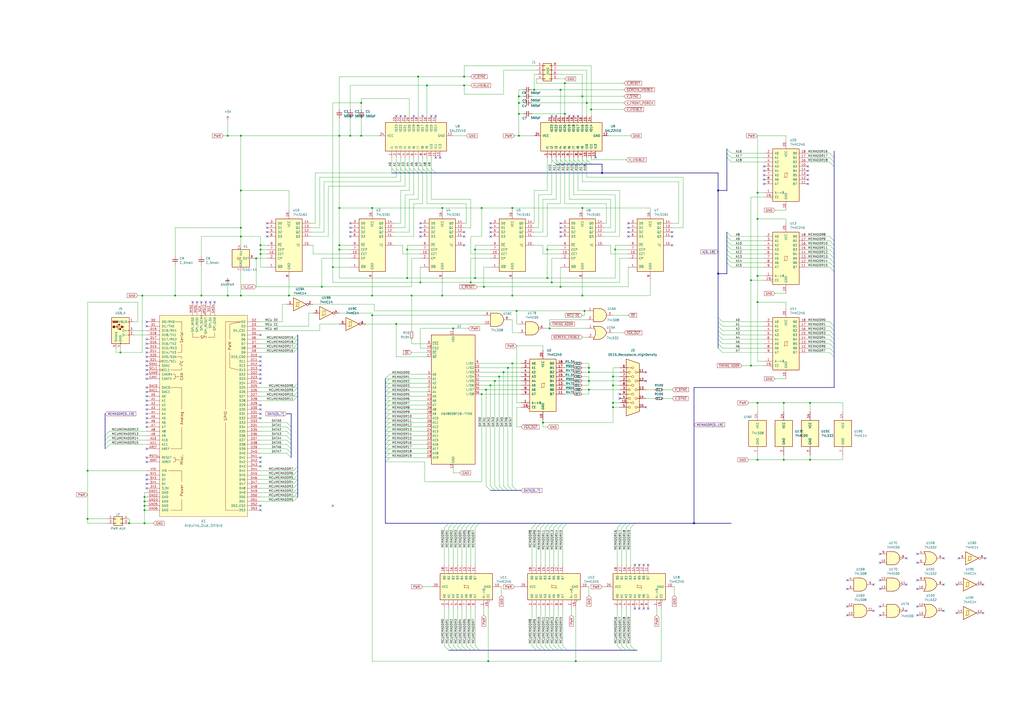
<source format=kicad_sch>
(kicad_sch (version 20231120) (generator "eeschema") (generator_version "8.0")
  (paper "A2")
  (junction (at 454.66 233.68))
  (junction (at 355.6 218.44))
  (junction (at 317.5 144.78))
  (junction (at 69.85 204.47))
  (junction (at 320.04 163.83))
  (junction (at 439.42 175.26))
  (junction (at 454.66 266.7))
  (junction (at 139.7 137.16))
  (junction (at 83.82 293.37))
  (junction (at 439.42 266.7))
  (junction (at 289.56 218.44))
  (junction (at 435.61 212.09))
  (junction (at 325.12 52.07))
  (junction (at 215.9 120.65))
  (junction (at 242.57 44.45))
  (junction (at 148.59 149.86))
  (junction (at 151.13 147.32))
  (junction (at 337.82 171.45))
  (junction (at 229.87 187.96))
  (junction (at 83.82 295.91))
  (junction (at 327.66 66.04))
  (junction (at 325.12 166.37))
  (junction (at 279.4 228.6))
  (junction (at 356.87 144.78))
  (junction (at 416.56 110.49))
  (junction (at 294.64 213.36))
  (junction (at 139.7 110.49))
  (junction (at 139.7 78.74))
  (junction (at 247.65 49.53))
  (junction (at 203.2 78.74))
  (junction (at 402.59 303.53))
  (junction (at 334.01 383.54))
  (junction (at 196.85 78.74))
  (junction (at 279.4 120.65))
  (junction (at 300.99 59.69))
  (junction (at 287.02 220.98))
  (junction (at 317.5 161.29))
  (junction (at 196.85 144.78))
  (junction (at 355.6 233.68))
  (junction (at 151.13 142.24))
  (junction (at 269.24 44.45))
  (junction (at 297.18 210.82))
  (junction (at 297.18 171.45))
  (junction (at 342.9 63.5))
  (junction (at 299.72 180.34))
  (junction (at 269.24 49.53))
  (junction (at 469.9 266.7))
  (junction (at 215.9 182.88))
  (junction (at 341.63 215.9))
  (junction (at 83.82 290.83))
  (junction (at 50.8 300.99))
  (junction (at 215.9 171.45))
  (junction (at 256.54 171.45))
  (junction (at 193.04 154.94))
  (junction (at 439.42 127))
  (junction (at 439.42 111.76))
  (junction (at 318.77 190.5))
  (junction (at 132.08 171.45))
  (junction (at 196.85 120.65))
  (junction (at 339.09 180.34))
  (junction (at 309.88 52.07))
  (junction (at 139.7 132.08))
  (junction (at 238.76 171.45))
  (junction (at 275.59 161.29))
  (junction (at 341.63 213.36))
  (junction (at 349.25 100.33))
  (junction (at 243.84 163.83))
  (junction (at 284.48 223.52))
  (junction (at 132.08 78.74))
  (junction (at 167.64 171.45))
  (junction (at 273.05 163.83))
  (junction (at 355.6 223.52))
  (junction (at 83.82 288.29))
  (junction (at 256.54 120.65))
  (junction (at 83.82 303.53))
  (junction (at 262.89 190.5))
  (junction (at 209.55 59.69))
  (junction (at 292.1 215.9))
  (junction (at 209.55 78.74))
  (junction (at 74.93 303.53))
  (junction (at 116.84 171.45))
  (junction (at 435.61 162.56))
  (junction (at 439.42 160.02))
  (junction (at 469.9 233.68))
  (junction (at 439.42 233.68))
  (junction (at 355.6 236.22))
  (junction (at 300.99 55.88))
  (junction (at 327.66 48.26))
  (junction (at 50.8 273.05))
  (junction (at 236.22 144.78))
  (junction (at 283.21 383.54))
  (junction (at 337.82 55.88))
  (junction (at 337.82 120.65))
  (junction (at 416.56 158.75))
  (junction (at 186.69 166.37))
  (junction (at 340.36 59.69))
  (junction (at 300.99 66.04))
  (junction (at 314.96 245.11))
  (junction (at 297.18 120.65))
  (junction (at 281.94 226.06))
  (junction (at 236.22 161.29))
  (junction (at 341.63 220.98))
  (junction (at 341.63 226.06))
  (junction (at 275.59 144.78))
  (junction (at 139.7 171.45))
  (junction (at 300.99 78.74))
  (junction (at 151.13 144.78))
  (junction (at 82.55 171.45))
  (junction (at 280.67 166.37))
  (junction (at 196.85 142.24))
  (junction (at 101.6 171.45))
  (no_connect (at 151.13 219.71))
  (no_connect (at 389.89 137.16))
  (no_connect (at 510.54 356.87))
  (no_connect (at 250.19 67.31))
  (no_connect (at 114.3 175.26))
  (no_connect (at 85.09 267.97))
  (no_connect (at 330.2 67.31))
  (no_connect (at 468.63 106.68))
  (no_connect (at 370.84 353.06))
  (no_connect (at 151.13 270.51))
  (no_connect (at 364.49 129.54))
  (no_connect (at 203.2 129.54))
  (no_connect (at 85.09 189.23))
  (no_connect (at 547.37 339.09))
  (no_connect (at 443.23 106.68))
  (no_connect (at 85.09 199.39))
  (no_connect (at 547.37 323.85))
  (no_connect (at 203.2 134.62))
  (no_connect (at 85.09 219.71))
  (no_connect (at 85.09 234.95))
  (no_connect (at 320.04 67.31))
  (no_connect (at 269.24 142.24))
  (no_connect (at 525.78 354.33))
  (no_connect (at 491.49 356.87))
  (no_connect (at 245.11 67.31))
  (no_connect (at 443.23 101.6))
  (no_connect (at 193.04 293.37))
  (no_connect (at 243.84 132.08))
  (no_connect (at 571.5 323.85))
  (no_connect (at 85.09 247.65))
  (no_connect (at 510.54 336.55))
  (no_connect (at 374.65 215.9))
  (no_connect (at 85.09 217.17))
  (no_connect (at 151.13 237.49))
  (no_connect (at 532.13 336.55))
  (no_connect (at 119.38 175.26))
  (no_connect (at 269.24 137.16))
  (no_connect (at 491.49 351.79))
  (no_connect (at 468.63 96.52))
  (no_connect (at 151.13 207.01))
  (no_connect (at 85.09 240.03))
  (no_connect (at 468.63 101.6))
  (no_connect (at 491.49 336.55))
  (no_connect (at 506.73 354.33))
  (no_connect (at 203.2 132.08))
  (no_connect (at 332.74 67.31))
  (no_connect (at 389.89 142.24))
  (no_connect (at 151.13 265.43))
  (no_connect (at 151.13 234.95))
  (no_connect (at 154.94 132.08))
  (no_connect (at 532.13 341.63))
  (no_connect (at 374.65 220.98))
  (no_connect (at 375.92 327.66))
  (no_connect (at 85.09 283.21))
  (no_connect (at 154.94 137.16))
  (no_connect (at 85.09 278.13))
  (no_connect (at 121.92 175.26))
  (no_connect (at 240.03 67.31))
  (no_connect (at 85.09 227.33))
  (no_connect (at 151.13 212.09))
  (no_connect (at 468.63 104.14))
  (no_connect (at 85.09 196.85))
  (no_connect (at 525.78 323.85))
  (no_connect (at 85.09 207.01))
  (no_connect (at 85.09 275.59))
  (no_connect (at 325.12 137.16))
  (no_connect (at 510.54 321.31))
  (no_connect (at 510.54 341.63))
  (no_connect (at 364.49 134.62))
  (no_connect (at 374.65 236.22))
  (no_connect (at 325.12 129.54))
  (no_connect (at 85.09 260.35))
  (no_connect (at 368.3 353.06))
  (no_connect (at 370.84 327.66))
  (no_connect (at 151.13 295.91))
  (no_connect (at 284.48 129.54))
  (no_connect (at 525.78 339.09))
  (no_connect (at 284.48 137.16))
  (no_connect (at 506.73 339.09))
  (no_connect (at 322.58 67.31))
  (no_connect (at 556.26 323.85))
  (no_connect (at 532.13 356.87))
  (no_connect (at 335.28 67.31))
  (no_connect (at 364.49 132.08))
  (no_connect (at 570.23 339.09))
  (no_connect (at 547.37 354.33))
  (no_connect (at 252.73 91.44))
  (no_connect (at 243.84 137.16))
  (no_connect (at 243.84 129.54))
  (no_connect (at 243.84 134.62))
  (no_connect (at 554.99 355.6))
  (no_connect (at 443.23 96.52))
  (no_connect (at 510.54 326.39))
  (no_connect (at 85.09 232.41))
  (no_connect (at 85.09 224.79))
  (no_connect (at 151.13 217.17))
  (no_connect (at 443.23 104.14))
  (no_connect (at 570.23 355.6))
  (no_connect (at 85.09 229.87))
  (no_connect (at 554.99 339.09))
  (no_connect (at 443.23 99.06))
  (no_connect (at 85.09 214.63))
  (no_connect (at 255.27 91.44))
  (no_connect (at 532.13 351.79))
  (no_connect (at 151.13 267.97))
  (no_connect (at 85.09 245.11))
  (no_connect (at 111.76 175.26))
  (no_connect (at 85.09 186.69))
  (no_connect (at 85.09 242.57))
  (no_connect (at 151.13 209.55))
  (no_connect (at 345.44 91.44))
  (no_connect (at 325.12 134.62))
  (no_connect (at 85.09 209.55))
  (no_connect (at 389.89 134.62))
  (no_connect (at 325.12 132.08))
  (no_connect (at 364.49 137.16))
  (no_connect (at 368.3 327.66))
  (no_connect (at 252.73 67.31))
  (no_connect (at 203.2 137.16))
  (no_connect (at 532.13 326.39))
  (no_connect (at 510.54 351.79))
  (no_connect (at 373.38 327.66))
  (no_connect (at 284.48 134.62))
  (no_connect (at 85.09 212.09))
  (no_connect (at 229.87 67.31))
  (no_connect (at 359.41 231.14))
  (no_connect (at 151.13 222.25))
  (no_connect (at 85.09 201.93))
  (no_connect (at 124.46 175.26))
  (no_connect (at 284.48 132.08))
  (no_connect (at 375.92 353.06))
  (no_connect (at 85.09 237.49))
  (no_connect (at 116.84 175.26))
  (no_connect (at 491.49 341.63))
  (no_connect (at 151.13 293.37))
  (no_connect (at 151.13 214.63))
  (no_connect (at 85.09 265.43))
  (no_connect (at 359.41 228.6))
  (no_connect (at 154.94 134.62))
  (no_connect (at 232.41 67.31))
  (no_connect (at 151.13 194.31))
  (no_connect (at 269.24 134.62))
  (no_connect (at 151.13 242.57))
  (no_connect (at 151.13 240.03))
  (no_connect (at 234.95 67.31))
  (no_connect (at 532.13 321.31))
  (no_connect (at 85.09 204.47))
  (no_connect (at 468.63 99.06))
  (no_connect (at 154.94 129.54))
  (no_connect (at 85.09 280.67))
  (no_connect (at 373.38 353.06))
  (bus_entry (at 262.89 374.65) (size 2.54 2.54))
  (bus_entry (at 360.68 374.65) (size 2.54 2.54))
  (bus_entry (at 481.33 149.86) (size 2.54 2.54))
  (bus_entry (at 481.33 88.9) (size 2.54 2.54))
  (bus_entry (at 170.18 227.33) (size 2.54 -2.54))
  (bus_entry (at 419.1 194.31) (size -2.54 -2.54))
  (bus_entry (at 226.06 255.27) (size -2.54 2.54))
  (bus_entry (at 424.18 154.94) (size -2.54 -2.54))
  (bus_entry (at 481.33 137.16) (size 2.54 2.54))
  (bus_entry (at 234.95 97.79) (size 2.54 2.54))
  (bus_entry (at 226.06 245.11) (size -2.54 2.54))
  (bus_entry (at 170.18 224.79) (size 2.54 -2.54))
  (bus_entry (at 481.33 152.4) (size 2.54 2.54))
  (bus_entry (at 170.18 201.93) (size 2.54 -2.54))
  (bus_entry (at 226.06 222.25) (size -2.54 2.54))
  (bus_entry (at 226.06 232.41) (size -2.54 2.54))
  (bus_entry (at 170.18 280.67) (size 2.54 -2.54))
  (bus_entry (at 316.23 306.07) (size 2.54 -2.54))
  (bus_entry (at 340.36 92.71) (size 2.54 2.54))
  (bus_entry (at 257.81 306.07) (size 2.54 -2.54))
  (bus_entry (at 273.05 306.07) (size 2.54 -2.54))
  (bus_entry (at 226.06 240.03) (size -2.54 2.54))
  (bus_entry (at 170.18 275.59) (size 2.54 -2.54))
  (bus_entry (at 308.61 374.65) (size 2.54 2.54))
  (bus_entry (at 166.37 250.19) (size 2.54 2.54))
  (bus_entry (at 226.06 250.19) (size -2.54 2.54))
  (bus_entry (at 481.33 201.93) (size 2.54 2.54))
  (bus_entry (at 265.43 374.65) (size 2.54 2.54))
  (bus_entry (at 419.1 201.93) (size -2.54 -2.54))
  (bus_entry (at 245.11 97.79) (size 2.54 2.54))
  (bus_entry (at 358.14 306.07) (size 2.54 -2.54))
  (bus_entry (at 170.18 229.87) (size 2.54 -2.54))
  (bus_entry (at 363.22 306.07) (size 2.54 -2.54))
  (bus_entry (at 170.18 232.41) (size 2.54 -2.54))
  (bus_entry (at 170.18 285.75) (size 2.54 -2.54))
  (bus_entry (at 419.1 196.85) (size -2.54 -2.54))
  (bus_entry (at 170.18 196.85) (size 2.54 -2.54))
  (bus_entry (at 226.06 217.17) (size -2.54 2.54))
  (bus_entry (at 481.33 194.31) (size 2.54 2.54))
  (bus_entry (at 419.1 199.39) (size -2.54 -2.54))
  (bus_entry (at 267.97 306.07) (size 2.54 -2.54))
  (bus_entry (at 424.18 91.44) (size -2.54 -2.54))
  (bus_entry (at 363.22 374.65) (size 2.54 2.54))
  (bus_entry (at 262.89 306.07) (size 2.54 -2.54))
  (bus_entry (at 313.69 374.65) (size 2.54 2.54))
  (bus_entry (at 481.33 204.47) (size 2.54 2.54))
  (bus_entry (at 226.06 257.81) (size -2.54 2.54))
  (bus_entry (at 275.59 306.07) (size 2.54 -2.54))
  (bus_entry (at 481.33 186.69) (size 2.54 2.54))
  (bus_entry (at 287.02 281.94) (size 2.54 2.54))
  (bus_entry (at 481.33 196.85) (size 2.54 2.54))
  (bus_entry (at 325.12 92.71) (size 2.54 2.54))
  (bus_entry (at 170.18 278.13) (size 2.54 -2.54))
  (bus_entry (at 227.33 97.79) (size 2.54 2.54))
  (bus_entry (at 481.33 154.94) (size 2.54 2.54))
  (bus_entry (at 63.5 252.73) (size -2.54 2.54))
  (bus_entry (at 289.56 281.94) (size 2.54 2.54))
  (bus_entry (at 323.85 306.07) (size 2.54 -2.54))
  (bus_entry (at 335.28 92.71) (size 2.54 2.54))
  (bus_entry (at 424.18 93.98) (size -2.54 -2.54))
  (bus_entry (at 267.97 374.65) (size 2.54 2.54))
  (bus_entry (at 424.18 147.32) (size -2.54 -2.54))
  (bus_entry (at 419.1 191.77) (size -2.54 -2.54))
  (bus_entry (at 166.37 247.65) (size 2.54 2.54))
  (bus_entry (at 237.49 97.79) (size 2.54 2.54))
  (bus_entry (at 226.06 252.73) (size -2.54 2.54))
  (bus_entry (at 419.1 189.23) (size -2.54 -2.54))
  (bus_entry (at 330.2 92.71) (size 2.54 2.54))
  (bus_entry (at 170.18 204.47) (size 2.54 -2.54))
  (bus_entry (at 63.5 255.27) (size -2.54 2.54))
  (bus_entry (at 166.37 262.89) (size 2.54 2.54))
  (bus_entry (at 226.06 260.35) (size -2.54 2.54))
  (bus_entry (at 270.51 306.07) (size 2.54 -2.54))
  (bus_entry (at 63.5 257.81) (size -2.54 2.54))
  (bus_entry (at 358.14 374.65) (size 2.54 2.54))
  (bus_entry (at 318.77 306.07) (size 2.54 -2.54))
  (bus_entry (at 365.76 374.65) (size 2.54 2.54))
  (bus_entry (at 240.03 97.79) (size 2.54 2.54))
  (bus_entry (at 311.15 306.07) (size 2.54 -2.54))
  (bus_entry (at 481.33 139.7) (size 2.54 2.54))
  (bus_entry (at 481.33 93.98) (size 2.54 2.54))
  (bus_entry (at 250.19 97.79) (size 2.54 2.54))
  (bus_entry (at 481.33 144.78) (size 2.54 2.54))
  (bus_entry (at 332.74 92.71) (size 2.54 2.54))
  (bus_entry (at 365.76 306.07) (size 2.54 -2.54))
  (bus_entry (at 270.51 374.65) (size 2.54 2.54))
  (bus_entry (at 308.61 306.07) (size 2.54 -2.54))
  (bus_entry (at 273.05 374.65) (size 2.54 2.54))
  (bus_entry (at 424.18 144.78) (size -2.54 -2.54))
  (bus_entry (at 481.33 91.44) (size 2.54 2.54))
  (bus_entry (at 226.06 227.33) (size -2.54 2.54))
  (bus_entry (at 284.48 281.94) (size 2.54 2.54))
  (bus_entry (at 166.37 255.27) (size 2.54 2.54))
  (bus_entry (at 481.33 199.39) (size 2.54 2.54))
  (bus_entry (at 229.87 97.79) (size 2.54 2.54))
  (bus_entry (at 257.81 374.65) (size 2.54 2.54))
  (bus_entry (at 260.35 306.07) (size 2.54 -2.54))
  (bus_entry (at 226.06 265.43) (size -2.54 2.54))
  (bus_entry (at 170.18 283.21) (size 2.54 -2.54))
  (bus_entry (at 226.06 234.95) (size -2.54 2.54))
  (bus_entry (at 166.37 260.35) (size 2.54 2.54))
  (bus_entry (at 226.06 229.87) (size -2.54 2.54))
  (bus_entry (at 421.64 134.62) (size 2.54 2.54))
  (bus_entry (at 226.06 237.49) (size -2.54 2.54))
  (bus_entry (at 226.06 247.65) (size -2.54 2.54))
  (bus_entry (at 281.94 281.94) (size 2.54 2.54))
  (bus_entry (at 360.68 306.07) (size 2.54 -2.54))
  (bus_entry (at 318.77 374.65) (size 2.54 2.54))
  (bus_entry (at 327.66 92.71) (size 2.54 2.54))
  (bus_entry (at 260.35 374.65) (size 2.54 2.54))
  (bus_entry (at 321.31 306.07) (size 2.54 -2.54))
  (bus_entry (at 247.65 97.79) (size 2.54 2.54))
  (bus_entry (at 166.37 245.11) (size 2.54 2.54))
  (bus_entry (at 226.06 224.79) (size -2.54 2.54))
  (bus_entry (at 320.04 92.71) (size 2.54 2.54))
  (bus_entry (at 226.06 242.57) (size -2.54 2.54))
  (bus_entry (at 481.33 191.77) (size 2.54 2.54))
  (bus_entry (at 275.59 374.65) (size 2.54 2.54))
  (bus_entry (at 419.1 204.47) (size -2.54 -2.54))
  (bus_entry (at 424.18 139.7) (size -2.54 -2.54))
  (bus_entry (at 242.57 97.79) (size 2.54 2.54))
  (bus_entry (at 313.69 306.07) (size 2.54 -2.54))
  (bus_entry (at 326.39 306.07) (size 2.54 -2.54))
  (bus_entry (at 481.33 142.24) (size 2.54 2.54))
  (bus_entry (at 481.33 189.23) (size 2.54 2.54))
  (bus_entry (at 311.15 374.65) (size 2.54 2.54))
  (bus_entry (at 481.33 147.32) (size 2.54 2.54))
  (bus_entry (at 63.5 250.19) (size -2.54 2.54))
  (bus_entry (at 292.1 281.94) (size 2.54 2.54))
  (bus_entry (at 424.18 142.24) (size -2.54 -2.54))
  (bus_entry (at 322.58 92.71) (size 2.54 2.54))
  (bus_entry (at 232.41 97.79) (size 2.54 2.54))
  (bus_entry (at 297.18 281.94) (size 2.54 2.54))
  (bus_entry (at 421.64 86.36) (size 2.54 2.54))
  (bus_entry (at 226.06 262.89) (size -2.54 2.54))
  (bus_entry (at 226.06 219.71) (size -2.54 2.54))
  (bus_entry (at 166.37 257.81) (size 2.54 2.54))
  (bus_entry (at 424.18 149.86) (size -2.54 -2.54))
  (bus_entry (at 326.39 374.65) (size 2.54 2.54))
  (bus_entry (at 337.82 92.71) (size 2.54 2.54))
  (bus_entry (at 321.31 374.65) (size 2.54 2.54))
  (bus_entry (at 424.18 152.4) (size -2.54 -2.54))
  (bus_entry (at 170.18 273.05) (size 2.54 -2.54))
  (bus_entry (at 265.43 306.07) (size 2.54 -2.54))
  (bus_entry (at 170.18 288.29) (size 2.54 -2.54))
  (bus_entry (at 323.85 374.65) (size 2.54 2.54))
  (bus_entry (at 294.64 281.94) (size 2.54 2.54))
  (bus_entry (at 170.18 290.83) (size 2.54 -2.54))
  (bus_entry (at 166.37 252.73) (size 2.54 2.54))
  (bus_entry (at 170.18 199.39) (size 2.54 -2.54))
  (bus_entry (at 316.23 374.65) (size 2.54 2.54))
  (bus_entry (at 419.1 186.69) (size -2.54 -2.54))
  (wire (pts (xy 226.06 260.35) (xy 247.65 260.35)))
  (wire (pts (xy 317.5 142.24) (xy 325.12 142.24)))
  (bus (pts (xy 328.93 377.19) (xy 360.68 377.19)))
  (wire (pts (xy 278.13 228.6) (xy 279.4 228.6)))
  (wire (pts (xy 186.69 149.86) (xy 203.2 149.86)))
  (wire (pts (xy 151.13 262.89) (xy 166.37 262.89)))
  (bus (pts (xy 311.15 377.19) (xy 313.69 377.19)))
  (wire (pts (xy 151.13 257.81) (xy 166.37 257.81)))
  (wire (pts (xy 227.33 97.79) (xy 227.33 91.44)))
  (wire (pts (xy 226.06 222.25) (xy 247.65 222.25)))
  (wire (pts (xy 314.96 245.11) (xy 314.96 247.65)))
  (wire (pts (xy 322.58 95.25) (xy 322.58 115.57)))
  (wire (pts (xy 364.49 166.37) (xy 364.49 154.94)))
  (wire (pts (xy 356.87 113.03) (xy 356.87 134.62)))
  (wire (pts (xy 215.9 181.61) (xy 215.9 182.88)))
  (bus (pts (xy 416.56 201.93) (xy 416.56 199.39)))
  (wire (pts (xy 284.48 281.94) (xy 284.48 223.52)))
  (wire (pts (xy 355.6 218.44) (xy 355.6 223.52)))
  (wire (pts (xy 226.06 247.65) (xy 247.65 247.65)))
  (wire (pts (xy 355.6 233.68) (xy 355.6 236.22)))
  (wire (pts (xy 262.89 374.65) (xy 262.89 353.06)))
  (bus (pts (xy 421.64 137.16) (xy 421.64 134.62)))
  (wire (pts (xy 322.58 115.57) (xy 314.96 115.57)))
  (wire (pts (xy 226.06 252.73) (xy 247.65 252.73)))
  (wire (pts (xy 101.6 153.67) (xy 101.6 171.45)))
  (wire (pts (xy 236.22 144.78) (xy 243.84 144.78)))
  (wire (pts (xy 232.41 110.49) (xy 237.49 110.49)))
  (wire (pts (xy 337.82 210.82) (xy 341.63 210.82)))
  (wire (pts (xy 297.18 185.42) (xy 297.18 193.04)))
  (wire (pts (xy 151.13 290.83) (xy 170.18 290.83)))
  (wire (pts (xy 273.05 137.16) (xy 273.05 147.32)))
  (wire (pts (xy 151.13 247.65) (xy 166.37 247.65)))
  (wire (pts (xy 273.05 163.83) (xy 273.05 149.86)))
  (wire (pts (xy 269.24 54.61) (xy 292.1 54.61)))
  (bus (pts (xy 223.52 229.87) (xy 223.52 232.41)))
  (wire (pts (xy 203.2 142.24) (xy 196.85 142.24)))
  (wire (pts (xy 424.18 144.78) (xy 443.23 144.78)))
  (wire (pts (xy 454.66 264.16) (xy 454.66 266.7)))
  (bus (pts (xy 323.85 303.53) (xy 326.39 303.53)))
  (wire (pts (xy 317.5 118.11) (xy 325.12 118.11)))
  (wire (pts (xy 242.57 44.45) (xy 242.57 67.31)))
  (wire (pts (xy 325.12 166.37) (xy 364.49 166.37)))
  (bus (pts (xy 172.72 196.85) (xy 172.72 194.31)))
  (wire (pts (xy 308.61 374.65) (xy 308.61 353.06)))
  (wire (pts (xy 365.76 306.07) (xy 365.76 327.66)))
  (wire (pts (xy 323.85 38.1) (xy 342.9 38.1)))
  (wire (pts (xy 300.99 78.74) (xy 309.88 78.74)))
  (wire (pts (xy 187.96 105.41) (xy 187.96 134.62)))
  (wire (pts (xy 337.82 195.58) (xy 340.36 195.58)))
  (wire (pts (xy 314.96 200.66) (xy 314.96 203.2)))
  (bus (pts (xy 262.89 377.19) (xy 265.43 377.19)))
  (wire (pts (xy 227.33 100.33) (xy 227.33 97.79)))
  (wire (pts (xy 154.94 154.94) (xy 151.13 154.94)))
  (wire (pts (xy 363.22 374.65) (xy 363.22 353.06)))
  (wire (pts (xy 419.1 191.77) (xy 443.23 191.77)))
  (wire (pts (xy 82.55 204.47) (xy 82.55 171.45)))
  (wire (pts (xy 468.63 204.47) (xy 481.33 204.47)))
  (wire (pts (xy 424.18 142.24) (xy 443.23 142.24)))
  (bus (pts (xy 168.91 257.81) (xy 168.91 260.35)))
  (wire (pts (xy 455.93 81.28) (xy 455.93 78.74)))
  (wire (pts (xy 317.5 144.78) (xy 317.5 161.29)))
  (wire (pts (xy 181.61 142.24) (xy 181.61 147.32)))
  (wire (pts (xy 151.13 204.47) (xy 170.18 204.47)))
  (wire (pts (xy 359.41 213.36) (xy 355.6 213.36)))
  (wire (pts (xy 443.23 212.09) (xy 435.61 212.09)))
  (wire (pts (xy 443.23 114.3) (xy 435.61 114.3)))
  (bus (pts (xy 483.87 189.23) (xy 483.87 191.77)))
  (wire (pts (xy 354.33 142.24) (xy 354.33 147.32)))
  (bus (pts (xy 483.87 91.44) (xy 483.87 93.98)))
  (wire (pts (xy 257.81 306.07) (xy 257.81 327.66)))
  (wire (pts (xy 275.59 142.24) (xy 275.59 144.78)))
  (wire (pts (xy 278.13 220.98) (xy 287.02 220.98)))
  (wire (pts (xy 325.12 166.37) (xy 325.12 154.94)))
  (wire (pts (xy 299.72 180.34) (xy 217.17 180.34)))
  (wire (pts (xy 454.66 233.68) (xy 469.9 233.68)))
  (wire (pts (xy 250.19 115.57) (xy 250.19 100.33)))
  (bus (pts (xy 278.13 303.53) (xy 311.15 303.53)))
  (wire (pts (xy 318.77 374.65) (xy 318.77 353.06)))
  (bus (pts (xy 260.35 377.19) (xy 262.89 377.19)))
  (wire (pts (xy 237.49 134.62) (xy 237.49 115.57)))
  (wire (pts (xy 292.1 40.64) (xy 311.15 40.64)))
  (wire (pts (xy 215.9 120.65) (xy 256.54 120.65)))
  (bus (pts (xy 311.15 303.53) (xy 313.69 303.53)))
  (bus (pts (xy 483.87 96.52) (xy 483.87 139.7)))
  (wire (pts (xy 209.55 57.15) (xy 237.49 57.15)))
  (bus (pts (xy 421.64 91.44) (xy 421.64 110.49)))
  (wire (pts (xy 247.65 100.33) (xy 247.65 97.79)))
  (wire (pts (xy 355.6 245.11) (xy 314.96 245.11)))
  (wire (pts (xy 384.81 226.06) (xy 389.89 226.06)))
  (wire (pts (xy 243.84 142.24) (xy 236.22 142.24)))
  (wire (pts (xy 356.87 134.62) (xy 350.52 134.62)))
  (wire (pts (xy 132.08 78.74) (xy 139.7 78.74)))
  (wire (pts (xy 273.05 132.08) (xy 269.24 132.08)))
  (wire (pts (xy 275.59 144.78) (xy 275.59 161.29)))
  (wire (pts (xy 313.69 374.65) (xy 313.69 353.06)))
  (wire (pts (xy 203.2 49.53) (xy 247.65 49.53)))
  (wire (pts (xy 226.06 219.71) (xy 247.65 219.71)))
  (wire (pts (xy 439.42 266.7) (xy 454.66 266.7)))
  (wire (pts (xy 50.8 175.26) (xy 50.8 273.05)))
  (wire (pts (xy 83.82 303.53) (xy 88.9 303.53)))
  (wire (pts (xy 83.82 290.83) (xy 83.82 293.37)))
  (wire (pts (xy 209.55 57.15) (xy 209.55 59.69)))
  (bus (pts (xy 223.52 240.03) (xy 223.52 242.57)))
  (wire (pts (xy 229.87 100.33) (xy 229.87 97.79)))
  (wire (pts (xy 300.99 52.07) (xy 300.99 55.88)))
  (wire (pts (xy 287.02 220.98) (xy 302.26 220.98)))
  (wire (pts (xy 281.94 226.06) (xy 302.26 226.06)))
  (bus (pts (xy 335.28 95.25) (xy 337.82 95.25)))
  (bus (pts (xy 223.52 267.97) (xy 223.52 303.53)))
  (wire (pts (xy 167.64 171.45) (xy 215.9 171.45)))
  (wire (pts (xy 337.82 43.18) (xy 337.82 55.88)))
  (wire (pts (xy 303.53 59.69) (xy 300.99 59.69)))
  (wire (pts (xy 292.1 215.9) (xy 302.26 215.9)))
  (wire (pts (xy 468.63 189.23) (xy 481.33 189.23)))
  (wire (pts (xy 419.1 201.93) (xy 443.23 201.93)))
  (bus (pts (xy 172.72 201.93) (xy 172.72 222.25)))
  (bus (pts (xy 294.64 284.48) (xy 292.1 284.48)))
  (wire (pts (xy 317.5 144.78) (xy 317.5 142.24)))
  (wire (pts (xy 341.63 228.6) (xy 337.82 228.6)))
  (wire (pts (xy 238.76 196.85) (xy 238.76 199.39)))
  (wire (pts (xy 359.41 163.83) (xy 320.04 163.83)))
  (wire (pts (xy 247.65 67.31) (xy 247.65 49.53)))
  (bus (pts (xy 421.64 152.4) (xy 421.64 149.86)))
  (wire (pts (xy 468.63 186.69) (xy 481.33 186.69)))
  (bus (pts (xy 250.19 100.33) (xy 252.73 100.33)))
  (bus (pts (xy 287.02 284.48) (xy 284.48 284.48)))
  (wire (pts (xy 196.85 78.74) (xy 196.85 120.65)))
  (bus (pts (xy 223.52 247.65) (xy 223.52 250.19)))
  (wire (pts (xy 330.2 92.71) (xy 330.2 95.25)))
  (bus (pts (xy 318.77 303.53) (xy 321.31 303.53)))
  (wire (pts (xy 196.85 120.65) (xy 196.85 142.24)))
  (wire (pts (xy 273.05 163.83) (xy 320.04 163.83)))
  (wire (pts (xy 209.55 59.69) (xy 209.55 63.5)))
  (wire (pts (xy 240.03 100.33) (xy 240.03 113.03)))
  (wire (pts (xy 185.42 132.08) (xy 185.42 102.87)))
  (wire (pts (xy 309.88 43.18) (xy 309.88 52.07)))
  (bus (pts (xy 223.52 257.81) (xy 223.52 260.35)))
  (wire (pts (xy 215.9 120.65) (xy 196.85 120.65)))
  (bus (pts (xy 273.05 377.19) (xy 275.59 377.19)))
  (wire (pts (xy 270.51 129.54) (xy 269.24 129.54)))
  (bus (pts (xy 172.72 280.67) (xy 172.72 278.13)))
  (wire (pts (xy 237.49 100.33) (xy 237.49 97.79)))
  (bus (pts (xy 316.23 303.53) (xy 318.77 303.53)))
  (bus (pts (xy 332.74 95.25) (xy 335.28 95.25)))
  (wire (pts (xy 148.59 149.86) (xy 148.59 166.37)))
  (wire (pts (xy 327.66 228.6) (xy 332.74 228.6)))
  (bus (pts (xy 421.64 144.78) (xy 421.64 142.24)))
  (wire (pts (xy 238.76 171.45) (xy 256.54 171.45)))
  (bus (pts (xy 323.85 377.19) (xy 326.39 377.19)))
  (bus (pts (xy 316.23 377.19) (xy 318.77 377.19)))
  (bus (pts (xy 262.89 303.53) (xy 265.43 303.53)))
  (wire (pts (xy 424.18 137.16) (xy 443.23 137.16)))
  (wire (pts (xy 238.76 166.37) (xy 186.69 166.37)))
  (wire (pts (xy 300.99 66.04) (xy 303.53 66.04)))
  (wire (pts (xy 316.23 190.5) (xy 318.77 190.5)))
  (wire (pts (xy 77.47 186.69) (xy 80.01 186.69)))
  (wire (pts (xy 443.23 160.02) (xy 439.42 160.02)))
  (wire (pts (xy 186.69 166.37) (xy 186.69 149.86)))
  (wire (pts (xy 223.52 245.11) (xy 226.06 245.11)))
  (wire (pts (xy 284.48 142.24) (xy 275.59 142.24)))
  (wire (pts (xy 321.31 306.07) (xy 321.31 327.66)))
  (wire (pts (xy 335.28 92.71) (xy 335.28 91.44)))
  (wire (pts (xy 226.06 250.19) (xy 247.65 250.19)))
  (wire (pts (xy 180.34 137.16) (xy 190.5 137.16)))
  (wire (pts (xy 256.54 162.56) (xy 256.54 171.45)))
  (wire (pts (xy 83.82 293.37) (xy 85.09 293.37)))
  (wire (pts (xy 170.18 224.79) (xy 172.72 224.79)))
  (wire (pts (xy 359.41 137.16) (xy 359.41 110.49)))
  (wire (pts (xy 297.18 120.65) (xy 279.4 120.65)))
  (wire (pts (xy 151.13 144.78) (xy 151.13 142.24)))
  (wire (pts (xy 278.13 215.9) (xy 292.1 215.9)))
  (wire (pts (xy 312.42 132.08) (xy 312.42 113.03)))
  (wire (pts (xy 325.12 144.78) (xy 317.5 144.78)))
  (bus (pts (xy 416.56 186.69) (xy 416.56 184.15)))
  (wire (pts (xy 275.59 306.07) (xy 275.59 327.66)))
  (bus (pts (xy 416.56 100.33) (xy 416.56 110.49)))
  (wire (pts (xy 243.84 190.5) (xy 262.89 190.5)))
  (wire (pts (xy 391.16 340.36) (xy 391.16 345.44)))
  (wire (pts (xy 468.63 91.44) (xy 481.33 91.44)))
  (wire (pts (xy 396.24 102.87) (xy 396.24 132.08)))
  (bus (pts (xy 265.43 377.19) (xy 267.97 377.19)))
  (wire (pts (xy 325.12 118.11) (xy 325.12 95.25)))
  (wire (pts (xy 151.13 260.35) (xy 166.37 260.35)))
  (wire (pts (xy 355.6 213.36) (xy 355.6 218.44)))
  (bus (pts (xy 365.76 377.19) (xy 368.3 377.19)))
  (wire (pts (xy 215.9 182.88) (xy 215.9 383.54)))
  (wire (pts (xy 226.06 242.57) (xy 247.65 242.57)))
  (wire (pts (xy 246.38 279.4) (xy 279.4 279.4)))
  (wire (pts (xy 439.42 175.26) (xy 439.42 209.55)))
  (wire (pts (xy 297.18 171.45) (xy 337.82 171.45)))
  (wire (pts (xy 245.11 118.11) (xy 245.11 100.33)))
  (wire (pts (xy 439.42 127) (xy 439.42 111.76)))
  (wire (pts (xy 83.82 285.75) (xy 83.82 288.29)))
  (bus (pts (xy 172.72 273.05) (xy 172.72 270.51)))
  (wire (pts (xy 151.13 283.21) (xy 170.18 283.21)))
  (bus (pts (xy 483.87 152.4) (xy 483.87 154.94)))
  (wire (pts (xy 215.9 171.45) (xy 238.76 171.45)))
  (bus (pts (xy 273.05 303.53) (xy 275.59 303.53)))
  (wire (pts (xy 314.96 134.62) (xy 309.88 134.62)))
  (wire (pts (xy 322.58 92.71) (xy 322.58 95.25)))
  (wire (pts (xy 337.82 55.88) (xy 361.95 55.88)))
  (wire (pts (xy 317.5 137.16) (xy 317.5 118.11)))
  (wire (pts (xy 320.04 91.44) (xy 320.04 92.71)))
  (wire (pts (xy 223.52 262.89) (xy 226.06 262.89)))
  (wire (pts (xy 355.6 233.68) (xy 359.41 233.68)))
  (wire (pts (xy 355.6 223.52) (xy 355.6 233.68)))
  (wire (pts (xy 232.41 129.54) (xy 232.41 110.49)))
  (wire (pts (xy 295.91 185.42) (xy 297.18 185.42)))
  (wire (pts (xy 318.77 185.42) (xy 318.77 190.5)))
  (bus (pts (xy 60.96 260.35) (xy 60.96 257.81)))
  (bus (pts (xy 275.59 303.53) (xy 278.13 303.53)))
  (wire (pts (xy 360.68 306.07) (xy 360.68 327.66)))
  (wire (pts (xy 82.55 171.45) (xy 101.6 171.45)))
  (wire (pts (xy 468.63 147.32) (xy 481.33 147.32)))
  (wire (pts (xy 167.64 162.56) (xy 167.64 171.45)))
  (wire (pts (xy 355.6 193.04) (xy 361.95 193.04)))
  (wire (pts (xy 151.13 245.11) (xy 166.37 245.11)))
  (bus (pts (xy 421.64 142.24) (xy 421.64 139.7)))
  (wire (pts (xy 217.17 180.34) (xy 217.17 176.53)))
  (wire (pts (xy 337.82 120.65) (xy 337.82 121.92)))
  (wire (pts (xy 309.88 43.18) (xy 311.15 43.18)))
  (bus (pts (xy 223.52 255.27) (xy 223.52 257.81)))
  (wire (pts (xy 85.09 295.91) (xy 83.82 295.91)))
  (wire (pts (xy 180.34 129.54) (xy 182.88 129.54)))
  (wire (pts (xy 245.11 100.33) (xy 245.11 97.79)))
  (wire (pts (xy 351.79 118.11) (xy 351.79 129.54)))
  (wire (pts (xy 297.18 193.04) (xy 300.99 193.04)))
  (wire (pts (xy 63.5 250.19) (xy 85.09 250.19)))
  (wire (pts (xy 232.41 105.41) (xy 187.96 105.41)))
  (wire (pts (xy 151.13 278.13) (xy 170.18 278.13)))
  (bus (pts (xy 168.91 255.27) (xy 168.91 257.81)))
  (bus (pts (xy 292.1 284.48) (xy 289.56 284.48)))
  (wire (pts (xy 181.61 147.32) (xy 203.2 147.32)))
  (wire (pts (xy 354.33 147.32) (xy 364.49 147.32)))
  (wire (pts (xy 468.63 139.7) (xy 481.33 139.7)))
  (wire (pts (xy 280.67 166.37) (xy 325.12 166.37)))
  (wire (pts (xy 245.11 340.36) (xy 250.19 340.36)))
  (wire (pts (xy 67.31 204.47) (xy 69.85 204.47)))
  (wire (pts (xy 273.05 44.45) (xy 269.24 44.45)))
  (wire (pts (xy 327.66 95.25) (xy 327.66 118.11)))
  (wire (pts (xy 229.87 102.87) (xy 229.87 100.33)))
  (wire (pts (xy 170.18 278.13) (xy 172.72 278.13)))
  (bus (pts (xy 240.03 100.33) (xy 242.57 100.33)))
  (bus (pts (xy 172.72 196.85) (xy 172.72 199.39)))
  (wire (pts (xy 341.63 226.06) (xy 341.63 228.6)))
  (wire (pts (xy 223.52 247.65) (xy 226.06 247.65)))
  (wire (pts (xy 337.82 213.36) (xy 341.63 213.36)))
  (bus (pts (xy 421.64 149.86) (xy 421.64 147.32)))
  (bus (pts (xy 267.97 377.19) (xy 270.51 377.19)))
  (bus (pts (xy 483.87 207.01) (xy 483.87 224.79)))
  (bus (pts (xy 223.52 219.71) (xy 223.52 222.25)))
  (wire (pts (xy 317.5 91.44) (xy 317.5 110.49)))
  (wire (pts (xy 226.06 229.87) (xy 247.65 229.87)))
  (wire (pts (xy 298.45 78.74) (xy 300.99 78.74)))
  (wire (pts (xy 330.2 95.25) (xy 330.2 115.57)))
  (wire (pts (xy 223.52 232.41) (xy 226.06 232.41)))
  (wire (pts (xy 151.13 229.87) (xy 170.18 229.87)))
  (wire (pts (xy 340.36 40.64) (xy 323.85 40.64)))
  (wire (pts (xy 300.99 55.88) (xy 300.99 59.69)))
  (bus (pts (xy 223.52 245.11) (xy 223.52 247.65)))
  (wire (pts (xy 302.26 233.68) (xy 299.72 233.68)))
  (wire (pts (xy 226.06 227.33) (xy 247.65 227.33)))
  (wire (pts (xy 381 353.06) (xy 381 356.87)))
  (wire (pts (xy 273.05 306.07) (xy 273.05 327.66)))
  (wire (pts (xy 341.63 213.36) (xy 341.63 210.82)))
  (wire (pts (xy 279.4 137.16) (xy 279.4 120.65)))
  (wire (pts (xy 468.63 199.39) (xy 481.33 199.39)))
  (wire (pts (xy 337.82 226.06) (xy 341.63 226.06)))
  (wire (pts (xy 179.07 181.61) (xy 179.07 189.23)))
  (bus (pts (xy 483.87 147.32) (xy 483.87 149.86)))
  (wire (pts (xy 167.64 110.49) (xy 139.7 110.49)))
  (wire (pts (xy 196.85 144.78) (xy 196.85 161.29)))
  (wire (pts (xy 223.52 224.79) (xy 226.06 224.79)))
  (bus (pts (xy 172.72 224.79) (xy 172.72 222.25)))
  (wire (pts (xy 443.23 209.55) (xy 439.42 209.55)))
  (wire (pts (xy 455.93 129.54) (xy 455.93 127)))
  (wire (pts (xy 449.58 121.92) (xy 455.93 121.92)))
  (wire (pts (xy 196.85 63.5) (xy 196.85 44.45)))
  (wire (pts (xy 267.97 306.07) (xy 267.97 327.66)))
  (wire (pts (xy 278.13 226.06) (xy 281.94 226.06)))
  (wire (pts (xy 335.28 110.49) (xy 335.28 95.25)))
  (wire (pts (xy 223.52 267.97) (xy 246.38 267.97)))
  (wire (pts (xy 468.63 137.16) (xy 481.33 137.16)))
  (bus (pts (xy 421.64 152.4) (xy 421.64 158.75)))
  (wire (pts (xy 327.66 226.06) (xy 332.74 226.06)))
  (wire (pts (xy 226.06 257.81) (xy 247.65 257.81)))
  (wire (pts (xy 340.36 102.87) (xy 396.24 102.87)))
  (bus (pts (xy 168.91 260.35) (xy 168.91 262.89)))
  (wire (pts (xy 439.42 233.68) (xy 454.66 233.68)))
  (bus (pts (xy 60.96 252.73) (xy 60.96 240.03)))
  (bus (pts (xy 483.87 87.63) (xy 483.87 91.44)))
  (wire (pts (xy 300.99 59.69) (xy 300.99 66.04)))
  (wire (pts (xy 327.66 48.26) (xy 327.66 66.04)))
  (wire (pts (xy 468.63 196.85) (xy 481.33 196.85)))
  (wire (pts (xy 234.95 107.95) (xy 234.95 100.33)))
  (wire (pts (xy 363.22 306.07) (xy 363.22 327.66)))
  (bus (pts (xy 421.64 158.75) (xy 416.56 158.75)))
  (bus (pts (xy 421.64 147.32) (xy 421.64 144.78)))
  (wire (pts (xy 355.6 236.22) (xy 355.6 245.11)))
  (wire (pts (xy 320.04 92.71) (xy 320.04 113.03)))
  (wire (pts (xy 223.52 252.73) (xy 226.06 252.73)))
  (bus (pts (xy 483.87 154.94) (xy 483.87 157.48)))
  (wire (pts (xy 289.56 218.44) (xy 302.26 218.44)))
  (wire (pts (xy 139.7 132.08) (xy 139.7 137.16)))
  (bus (pts (xy 349.25 95.25) (xy 349.25 100.33)))
  (wire (pts (xy 275.59 161.29) (xy 236.22 161.29)))
  (wire (pts (xy 311.15 374.65) (xy 311.15 353.06)))
  (bus (pts (xy 483.87 142.24) (xy 483.87 144.78)))
  (wire (pts (xy 223.52 229.87) (xy 226.06 229.87)))
  (wire (pts (xy 226.06 265.43) (xy 247.65 265.43)))
  (wire (pts (xy 339.09 180.34) (xy 299.72 180.34)))
  (wire (pts (xy 229.87 207.01) (xy 247.65 207.01)))
  (wire (pts (xy 327.66 118.11) (xy 351.79 118.11)))
  (bus (pts (xy 360.68 377.19) (xy 363.22 377.19)))
  (bus (pts (xy 483.87 149.86) (xy 483.87 152.4)))
  (wire (pts (xy 419.1 196.85) (xy 443.23 196.85)))
  (wire (pts (xy 360.68 374.65) (xy 360.68 353.06)))
  (wire (pts (xy 116.84 171.45) (xy 132.08 171.45)))
  (wire (pts (xy 337.82 55.88) (xy 337.82 67.31)))
  (wire (pts (xy 358.14 306.07) (xy 358.14 327.66)))
  (wire (pts (xy 139.7 137.16) (xy 139.7 142.24)))
  (wire (pts (xy 356.87 142.24) (xy 364.49 142.24)))
  (wire (pts (xy 269.24 49.53) (xy 273.05 49.53)))
  (bus (pts (xy 325.12 95.25) (xy 327.66 95.25)))
  (wire (pts (xy 331.47 353.06) (xy 331.47 356.87)))
  (wire (pts (xy 223.52 240.03) (xy 226.06 240.03)))
  (wire (pts (xy 116.84 148.59) (xy 116.84 137.16)))
  (wire (pts (xy 280.67 182.88) (xy 215.9 182.88)))
  (wire (pts (xy 139.7 137.16) (xy 151.13 137.16)))
  (wire (pts (xy 311.15 306.07) (xy 311.15 327.66)))
  (wire (pts (xy 292.1 54.61) (xy 292.1 40.64)))
  (wire (pts (xy 434.34 266.7) (xy 439.42 266.7)))
  (wire (pts (xy 260.35 374.65) (xy 260.35 353.06)))
  (wire (pts (xy 424.18 139.7) (xy 443.23 139.7)))
  (wire (pts (xy 468.63 144.78) (xy 481.33 144.78)))
  (bus (pts (xy 402.59 303.53) (xy 402.59 224.79)))
  (wire (pts (xy 243.84 163.83) (xy 193.04 163.83)))
  (wire (pts (xy 341.63 226.06) (xy 359.41 226.06)))
  (wire (pts (xy 454.66 266.7) (xy 469.9 266.7)))
  (bus (pts (xy 416.56 191.77) (xy 416.56 189.23)))
  (bus (pts (xy 363.22 377.19) (xy 365.76 377.19)))
  (bus (pts (xy 223.52 252.73) (xy 223.52 255.27)))
  (wire (pts (xy 196.85 144.78) (xy 203.2 144.78)))
  (bus (pts (xy 483.87 199.39) (xy 483.87 201.93)))
  (wire (pts (xy 269.24 38.1) (xy 311.15 38.1)))
  (bus (pts (xy 172.72 229.87) (xy 172.72 227.33)))
  (wire (pts (xy 151.13 227.33) (xy 170.18 227.33)))
  (wire (pts (xy 289.56 218.44) (xy 289.56 281.94)))
  (bus (pts (xy 416.56 194.31) (xy 416.56 191.77)))
  (wire (pts (xy 262.89 271.78) (xy 262.89 274.32)))
  (wire (pts (xy 393.7 105.41) (xy 393.7 129.54)))
  (bus (pts (xy 483.87 201.93) (xy 483.87 204.47)))
  (wire (pts (xy 424.18 149.86) (xy 443.23 149.86)))
  (wire (pts (xy 435.61 114.3) (xy 435.61 162.56)))
  (wire (pts (xy 424.18 147.32) (xy 443.23 147.32)))
  (wire (pts (xy 247.65 118.11) (xy 247.65 100.33)))
  (wire (pts (xy 327.66 220.98) (xy 332.74 220.98)))
  (wire (pts (xy 193.04 163.83) (xy 193.04 154.94)))
  (wire (pts (xy 237.49 97.79) (xy 237.49 91.44)))
  (wire (pts (xy 223.52 242.57) (xy 226.06 242.57)))
  (wire (pts (xy 434.34 233.68) (xy 439.42 233.68)))
  (wire (pts (xy 332.74 95.25) (xy 332.74 113.03)))
  (bus (pts (xy 223.52 224.79) (xy 223.52 227.33)))
  (wire (pts (xy 339.09 182.88) (xy 339.09 180.34)))
  (wire (pts (xy 215.9 383.54) (xy 283.21 383.54)))
  (wire (pts (xy 226.06 237.49) (xy 247.65 237.49)))
  (wire (pts (xy 167.64 121.92) (xy 167.64 110.49)))
  (wire (pts (xy 419.1 186.69) (xy 443.23 186.69)))
  (wire (pts (xy 356.87 142.24) (xy 356.87 144.78)))
  (wire (pts (xy 419.1 204.47) (xy 443.23 204.47)))
  (bus (pts (xy 416.56 189.23) (xy 416.56 186.69)))
  (wire (pts (xy 374.65 226.06) (xy 379.73 226.06)))
  (wire (pts (xy 181.61 181.61) (xy 179.07 181.61)))
  (wire (pts (xy 355.6 218.44) (xy 359.41 218.44)))
  (wire (pts (xy 170.18 196.85) (xy 172.72 196.85)))
  (wire (pts (xy 341.63 218.44) (xy 341.63 220.98)))
  (wire (pts (xy 151.13 154.94) (xy 151.13 147.32)))
  (wire (pts (xy 309.88 142.24) (xy 314.96 142.24)))
  (bus (pts (xy 340.36 95.25) (xy 342.9 95.25)))
  (wire (pts (xy 335.28 95.25) (xy 335.28 92.71)))
  (wire (pts (xy 269.24 49.53) (xy 269.24 54.61)))
  (wire (pts (xy 469.9 233.68) (xy 488.95 233.68)))
  (wire (pts (xy 330.2 115.57) (xy 354.33 115.57)))
  (wire (pts (xy 262.89 274.32) (xy 266.7 274.32)))
  (wire (pts (xy 284.48 147.32) (xy 273.05 147.32)))
  (bus (pts (xy 416.56 158.75) (xy 416.56 184.15)))
  (wire (pts (xy 342.9 91.44) (xy 342.9 92.71)))
  (wire (pts (xy 151.13 255.27) (xy 166.37 255.27)))
  (bus (pts (xy 421.64 139.7) (xy 421.64 137.16)))
  (wire (pts (xy 151.13 144.78) (xy 154.94 144.78)))
  (wire (pts (xy 229.87 187.96) (xy 212.09 187.96)))
  (wire (pts (xy 468.63 149.86) (xy 481.33 149.86)))
  (wire (pts (xy 163.83 176.53) (xy 163.83 186.69)))
  (wire (pts (xy 217.17 176.53) (xy 181.61 176.53)))
  (wire (pts (xy 237.49 115.57) (xy 242.57 115.57)))
  (wire (pts (xy 439.42 78.74) (xy 439.42 111.76)))
  (wire (pts (xy 309.88 137.16) (xy 317.5 137.16)))
  (wire (pts (xy 139.7 78.74) (xy 139.7 110.49)))
  (wire (pts (xy 308.61 55.88) (xy 337.82 55.88)))
  (wire (pts (xy 337.82 105.41) (xy 337.82 95.25)))
  (wire (pts (xy 50.8 300.99) (xy 62.23 300.99)))
  (wire (pts (xy 297.18 162.56) (xy 297.18 171.45)))
  (wire (pts (xy 341.63 340.36) (xy 341.63 345.44)))
  (wire (pts (xy 323.85 306.07) (xy 323.85 327.66)))
  (wire (pts (xy 185.42 187.96) (xy 185.42 191.77)))
  (wire (pts (xy 332.74 91.44) (xy 332.74 92.71)))
  (bus (pts (xy 402.59 303.53) (xy 424.18 303.53)))
  (wire (pts (xy 355.6 223.52) (xy 359.41 223.52)))
  (wire (pts (xy 321.31 374.65) (xy 321.31 353.06)))
  (wire (pts (xy 469.9 233.68) (xy 469.9 238.76)))
  (wire (pts (xy 279.4 228.6) (xy 302.26 228.6)))
  (wire (pts (xy 284.48 223.52) (xy 302.26 223.52)))
  (wire (pts (xy 223.52 257.81) (xy 226.06 257.81)))
  (wire (pts (xy 327.66 213.36) (xy 332.74 213.36)))
  (wire (pts (xy 69.85 204.47) (xy 82.55 204.47)))
  (bus (pts (xy 260.35 303.53) (xy 262.89 303.53)))
  (wire (pts (xy 129.54 78.74) (xy 132.08 78.74)))
  (wire (pts (xy 242.57 100.33) (xy 242.57 97.79)))
  (bus (pts (xy 302.26 284.48) (xy 299.72 284.48)))
  (wire (pts (xy 240.03 97.79) (xy 240.03 100.33)))
  (wire (pts (xy 337.82 95.25) (xy 337.82 92.71)))
  (wire (pts (xy 297.18 281.94) (xy 297.18 210.82)))
  (bus (pts (xy 223.52 260.35) (xy 223.52 262.89)))
  (wire (pts (xy 299.72 236.22) (xy 299.72 247.65)))
  (wire (pts (xy 341.63 213.36) (xy 341.63 215.9)))
  (wire (pts (xy 151.13 250.19) (xy 166.37 250.19)))
  (wire (pts (xy 327.66 91.44) (xy 327.66 92.71)))
  (wire (pts (xy 337.82 223.52) (xy 341.63 223.52)))
  (wire (pts (xy 308.61 306.07) (xy 308.61 327.66)))
  (wire (pts (xy 238.76 199.39) (xy 247.65 199.39)))
  (wire (pts (xy 455.93 127) (xy 439.42 127)))
  (wire (pts (xy 180.34 142.24) (xy 181.61 142.24)))
  (wire (pts (xy 299.72 247.65) (xy 302.26 247.65)))
  (wire (pts (xy 83.82 293.37) (xy 83.82 295.91)))
  (wire (pts (xy 314.96 243.84) (xy 314.96 245.11)))
  (bus (pts (xy 483.87 93.98) (xy 483.87 96.52)))
  (bus (pts (xy 483.87 204.47) (xy 483.87 207.01)))
  (wire (pts (xy 223.52 219.71) (xy 226.06 219.71)))
  (bus (pts (xy 267.97 303.53) (xy 270.51 303.53)))
  (bus (pts (xy 223.52 237.49) (xy 223.52 240.03)))
  (wire (pts (xy 312.42 113.03) (xy 320.04 113.03)))
  (wire (pts (xy 337.82 215.9) (xy 341.63 215.9)))
  (bus (pts (xy 172.72 275.59) (xy 172.72 273.05)))
  (wire (pts (xy 299.72 200.66) (xy 314.96 200.66)))
  (wire (pts (xy 196.85 68.58) (xy 196.85 78.74)))
  (wire (pts (xy 334.01 383.54) (xy 334.01 353.06)))
  (wire (pts (xy 240.03 118.11) (xy 245.11 118.11)))
  (wire (pts (xy 203.2 68.58) (xy 203.2 78.74)))
  (wire (pts (xy 455.93 78.74) (xy 439.42 78.74)))
  (wire (pts (xy 228.6 132.08) (xy 234.95 132.08)))
  (wire (pts (xy 273.05 374.65) (xy 273.05 353.06)))
  (wire (pts (xy 223.52 260.35) (xy 226.06 260.35)))
  (wire (pts (xy 80.01 171.45) (xy 82.55 171.45)))
  (wire (pts (xy 337.82 105.41) (xy 393.7 105.41)))
  (wire (pts (xy 69.85 201.93) (xy 69.85 204.47)))
  (wire (pts (xy 203.2 154.94) (xy 193.04 154.94)))
  (wire (pts (xy 337.82 162.56) (xy 337.82 171.45)))
  (wire (pts (xy 151.13 191.77) (xy 185.42 191.77)))
  (wire (pts (xy 419.1 199.39) (xy 443.23 199.39)))
  (wire (pts (xy 275.59 353.06) (xy 275.59 374.65)))
  (wire (pts (xy 116.84 137.16) (xy 139.7 137.16)))
  (wire (pts (xy 50.8 273.05) (xy 85.09 273.05)))
  (wire (pts (xy 354.33 115.57) (xy 354.33 132.08)))
  (wire (pts (xy 325.12 52.07) (xy 325.12 67.31)))
  (wire (pts (xy 377.19 120.65) (xy 337.82 120.65)))
  (wire (pts (xy 190.5 137.16) (xy 190.5 107.95)))
  (wire (pts (xy 242.57 115.57) (xy 242.57 100.33)))
  (wire (pts (xy 317.5 161.29) (xy 356.87 161.29)))
  (wire (pts (xy 309.88 52.07) (xy 325.12 52.07)))
  (wire (pts (xy 280.67 154.94) (xy 280.67 166.37)))
  (wire (pts (xy 342.9 63.5) (xy 361.95 63.5)))
  (wire (pts (xy 265.43 306.07) (xy 265.43 327.66)))
  (wire (pts (xy 180.34 132.08) (xy 185.42 132.08)))
  (bus (pts (xy 223.52 234.95) (xy 223.52 237.49)))
  (bus (pts (xy 223.52 250.19) (xy 223.52 252.73)))
  (wire (pts (xy 246.38 267.97) (xy 246.38 279.4)))
  (wire (pts (xy 265.43 374.65) (xy 265.43 353.06)))
  (wire (pts (xy 63.5 255.27) (xy 85.09 255.27)))
  (wire (pts (xy 151.13 288.29) (xy 170.18 288.29)))
  (bus (pts (xy 227.33 100.33) (xy 229.87 100.33)))
  (bus (pts (xy 168.91 247.65) (xy 168.91 250.19)))
  (wire (pts (xy 101.6 171.45) (xy 116.84 171.45)))
  (wire (pts (xy 327.66 48.26) (xy 311.15 48.26)))
  (wire (pts (xy 356.87 144.78) (xy 364.49 144.78)))
  (wire (pts (xy 292.1 281.94) (xy 292.1 215.9)))
  (wire (pts (xy 330.2 91.44) (xy 330.2 92.71)))
  (wire (pts (xy 353.06 78.74) (xy 365.76 78.74)))
  (wire (pts (xy 377.19 162.56) (xy 377.19 171.45)))
  (bus (pts (xy 242.57 100.33) (xy 245.11 100.33)))
  (wire (pts (xy 300.99 66.04) (xy 300.99 78.74)))
  (bus (pts (xy 172.72 278.13) (xy 172.72 275.59)))
  (wire (pts (xy 325.12 149.86) (xy 320.04 149.86)))
  (wire (pts (xy 234.95 113.03) (xy 234.95 132.08)))
  (wire (pts (xy 468.63 93.98) (xy 481.33 93.98)))
  (wire (pts (xy 350.52 137.16) (xy 359.41 137.16)))
  (wire (pts (xy 151.13 252.73) (xy 166.37 252.73)))
  (wire (pts (xy 250.19 97.79) (xy 250.19 91.44)))
  (wire (pts (xy 85.09 285.75) (xy 83.82 285.75)))
  (wire (pts (xy 341.63 215.9) (xy 359.41 215.9)))
  (wire (pts (xy 488.95 266.7) (xy 488.95 264.16)))
  (bus (pts (xy 289.56 284.48) (xy 287.02 284.48)))
  (wire (pts (xy 323.85 45.72) (xy 327.66 45.72)))
  (wire (pts (xy 340.36 59.69) (xy 340.36 67.31)))
  (bus (pts (xy 416.56 196.85) (xy 416.56 194.31)))
  (wire (pts (xy 393.7 129.54) (xy 389.89 129.54)))
  (wire (pts (xy 469.9 266.7) (xy 488.95 266.7)))
  (wire (pts (xy 151.13 196.85) (xy 170.18 196.85)))
  (wire (pts (xy 314.96 115.57) (xy 314.96 134.62)))
  (wire (pts (xy 151.13 224.79) (xy 170.18 224.79)))
  (wire (pts (xy 233.68 142.24) (xy 233.68 147.32)))
  (bus (pts (xy 321.31 377.19) (xy 323.85 377.19)))
  (wire (pts (xy 238.76 149.86) (xy 238.76 166.37)))
  (wire (pts (xy 262.89 190.5) (xy 262.89 191.77)))
  (wire (pts (xy 151.13 142.24) (xy 154.94 142.24)))
  (wire (pts (xy 377.19 171.45) (xy 337.82 171.45)))
  (wire (pts (xy 151.13 147.32) (xy 151.13 144.78)))
  (wire (pts (xy 318.77 190.5) (xy 340.36 190.5)))
  (bus (pts (xy 318.77 377.19) (xy 321.31 377.19)))
  (wire (pts (xy 229.87 187.96) (xy 229.87 207.01)))
  (wire (pts (xy 193.04 59.69) (xy 209.55 59.69)))
  (wire (pts (xy 424.18 152.4) (xy 443.23 152.4)))
  (bus (pts (xy 421.64 88.9) (xy 421.64 86.36)))
  (bus (pts (xy 416.56 110.49) (xy 416.56 158.75)))
  (bus (pts (xy 402.59 224.79) (xy 483.87 224.79)))
  (bus (pts (xy 247.65 100.33) (xy 250.19 100.33)))
  (wire (pts (xy 337.82 220.98) (xy 341.63 220.98)))
  (wire (pts (xy 151.13 285.75) (xy 170.18 285.75)))
  (wire (pts (xy 308.61 66.04) (xy 327.66 66.04)))
  (wire (pts (xy 50.8 303.53) (xy 62.23 303.53)))
  (wire (pts (xy 245.11 97.79) (xy 245.11 91.44)))
  (wire (pts (xy 215.9 162.56) (xy 215.9 171.45)))
  (wire (pts (xy 203.2 63.5) (xy 203.2 49.53)))
  (wire (pts (xy 83.82 290.83) (xy 85.09 290.83)))
  (wire (pts (xy 316.23 306.07) (xy 316.23 327.66)))
  (wire (pts (xy 270.51 129.54) (xy 270.51 118.11)))
  (wire (pts (xy 77.47 191.77) (xy 85.09 191.77)))
  (wire (pts (xy 50.8 300.99) (xy 50.8 303.53)))
  (wire (pts (xy 190.5 107.95) (xy 234.95 107.95)))
  (wire (pts (xy 327.66 67.31) (xy 327.66 66.04)))
  (wire (pts (xy 247.65 97.79) (xy 247.65 91.44)))
  (wire (pts (xy 151.13 186.69) (xy 163.83 186.69)))
  (wire (pts (xy 151.13 273.05) (xy 170.18 273.05)))
  (wire (pts (xy 424.18 88.9) (xy 443.23 88.9)))
  (wire (pts (xy 262.89 306.07) (xy 262.89 327.66)))
  (wire (pts (xy 226.06 255.27) (xy 247.65 255.27)))
  (wire (pts (xy 260.35 306.07) (xy 260.35 327.66)))
  (bus (pts (xy 168.91 250.19) (xy 168.91 252.73)))
  (bus (pts (xy 172.72 199.39) (xy 172.72 201.93)))
  (bus (pts (xy 322.58 95.25) (xy 325.12 95.25)))
  (bus (pts (xy 326.39 303.53) (xy 328.93 303.53)))
  (wire (pts (xy 359.41 149.86) (xy 359.41 163.83)))
  (wire (pts (xy 234.95 100.33) (xy 234.95 97.79)))
  (wire (pts (xy 337.82 218.44) (xy 341.63 218.44)))
  (bus (pts (xy 313.69 303.53) (xy 316.23 303.53)))
  (wire (pts (xy 314.96 142.24) (xy 314.96 147.32)))
  (wire (pts (xy 424.18 91.44) (xy 443.23 91.44)))
  (wire (pts (xy 101.6 132.08) (xy 139.7 132.08)))
  (wire (pts (xy 318.77 185.42) (xy 340.36 185.42)))
  (bus (pts (xy 342.9 95.25) (xy 349.25 95.25)))
  (bus (pts (xy 278.13 377.19) (xy 311.15 377.19)))
  (wire (pts (xy 278.13 223.52) (xy 284.48 223.52)))
  (wire (pts (xy 278.13 210.82) (xy 297.18 210.82)))
  (wire (pts (xy 101.6 148.59) (xy 101.6 132.08)))
  (wire (pts (xy 323.85 43.18) (xy 337.82 43.18)))
  (wire (pts (xy 215.9 181.61) (xy 196.85 181.61)))
  (wire (pts (xy 209.55 68.58) (xy 209.55 78.74)))
  (wire (pts (xy 359.41 110.49) (xy 335.28 110.49)))
  (wire (pts (xy 327.66 210.82) (xy 332.74 210.82)))
  (wire (pts (xy 196.85 44.45) (xy 242.57 44.45)))
  (wire (pts (xy 232.41 91.44) (xy 232.41 97.79)))
  (wire (pts (xy 322.58 91.44) (xy 322.58 92.71)))
  (wire (pts (xy 309.88 132.08) (xy 312.42 132.08)))
  (wire (pts (xy 256.54 120.65) (xy 256.54 121.92)))
  (wire (pts (xy 232.41 97.79) (xy 232.41 100.33)))
  (wire (pts (xy 273.05 132.08) (xy 273.05 115.57)))
  (wire (pts (xy 226.06 240.03) (xy 247.65 240.03)))
  (wire (pts (xy 196.85 144.78) (xy 196.85 142.24)))
  (bus (pts (xy 337.82 95.25) (xy 340.36 95.25)))
  (wire (pts (xy 468.63 194.31) (xy 481.33 194.31)))
  (wire (pts (xy 354.33 132.08) (xy 350.52 132.08)))
  (wire (pts (xy 185.42 102.87) (xy 229.87 102.87)))
  (wire (pts (xy 364.49 149.86) (xy 359.41 149.86)))
  (wire (pts (xy 236.22 142.24) (xy 236.22 144.78)))
  (wire (pts (xy 326.39 374.65) (xy 326.39 353.06)))
  (wire (pts (xy 256.54 171.45) (xy 297.18 171.45)))
  (wire (pts (xy 325.12 52.07) (xy 361.95 52.07)))
  (wire (pts (xy 314.96 247.65) (xy 317.5 247.65)))
  (wire (pts (xy 309.88 110.49) (xy 309.88 129.54)))
  (wire (pts (xy 262.89 190.5) (xy 271.78 190.5)))
  (wire (pts (xy 332.74 113.03) (xy 356.87 113.03)))
  (bus (pts (xy 349.25 100.33) (xy 416.56 100.33)))
  (wire (pts (xy 233.68 147.32) (xy 243.84 147.32)))
  (bus (pts (xy 172.72 285.75) (xy 172.72 283.21)))
  (wire (pts (xy 196.85 78.74) (xy 203.2 78.74)))
  (wire (pts (xy 236.22 144.78) (xy 236.22 161.29)))
  (wire (pts (xy 83.82 288.29) (xy 83.82 290.83)))
  (wire (pts (xy 170.18 285.75) (xy 172.72 285.75)))
  (wire (pts (xy 77.47 194.31) (xy 85.09 194.31)))
  (wire (pts (xy 439.42 127) (xy 439.42 160.02)))
  (wire (pts (xy 148.59 149.86) (xy 154.94 149.86)))
  (wire (pts (xy 243.84 154.94) (xy 243.84 163.83)))
  (wire (pts (xy 237.49 110.49) (xy 237.49 100.33)))
  (wire (pts (xy 151.13 147.32) (xy 154.94 147.32)))
  (wire (pts (xy 340.36 91.44) (xy 340.36 92.71)))
  (wire (pts (xy 341.63 220.98) (xy 359.41 220.98)))
  (wire (pts (xy 320.04 149.86) (xy 320.04 163.83)))
  (wire (pts (xy 116.84 153.67) (xy 116.84 171.45)))
  (wire (pts (xy 340.36 95.25) (xy 340.36 102.87)))
  (wire (pts (xy 228.6 142.24) (xy 233.68 142.24)))
  (wire (pts (xy 298.45 340.36) (xy 300.99 340.36)))
  (wire (pts (xy 342.9 38.1) (xy 342.9 63.5)))
  (bus (pts (xy 313.69 377.19) (xy 316.23 377.19)))
  (wire (pts (xy 327.66 223.52) (xy 332.74 223.52)))
  (wire (pts (xy 240.03 91.44) (xy 240.03 97.79)))
  (wire (pts (xy 63.5 257.81) (xy 85.09 257.81)))
  (wire (pts (xy 209.55 78.74) (xy 219.71 78.74)))
  (wire (pts (xy 317.5 110.49) (xy 309.88 110.49)))
  (wire (pts (xy 193.04 59.69) (xy 193.04 154.94)))
  (wire (pts (xy 237.49 57.15) (xy 237.49 67.31)))
  (bus (pts (xy 327.66 95.25) (xy 330.2 95.25)))
  (wire (pts (xy 151.13 275.59) (xy 170.18 275.59)))
  (wire (pts (xy 238.76 204.47) (xy 247.65 204.47)))
  (wire (pts (xy 294.64 213.36) (xy 294.64 281.94)))
  (bus (pts (xy 168.91 262.89) (xy 168.91 265.43)))
  (wire (pts (xy 50.8 273.05) (xy 50.8 300.99)))
  (wire (pts (xy 313.69 306.07) (xy 313.69 327.66)))
  (wire (pts (xy 342.9 63.5) (xy 342.9 67.31)))
  (wire (pts (xy 229.87 187.96) (xy 280.67 187.96)))
  (wire (pts (xy 468.63 88.9) (xy 481.33 88.9)))
  (bus (pts (xy 229.87 100.33) (xy 232.41 100.33)))
  (wire (pts (xy 337.82 182.88) (xy 339.09 182.88)))
  (wire (pts (xy 439.42 233.68) (xy 439.42 238.76)))
  (wire (pts (xy 243.84 149.86) (xy 238.76 149.86)))
  (wire (pts (xy 151.13 142.24) (xy 151.13 137.16)))
  (wire (pts (xy 468.63 154.94) (xy 481.33 154.94)))
  (wire (pts (xy 454.66 233.68) (xy 454.66 238.76)))
  (wire (pts (xy 443.23 111.76) (xy 439.42 111.76)))
  (wire (pts (xy 132.08 171.45) (xy 132.08 161.29)))
  (wire (pts (xy 226.06 224.79) (xy 247.65 224.79)))
  (bus (pts (xy 330.2 95.25) (xy 332.74 95.25)))
  (bus (pts (xy 365.76 303.53) (xy 368.3 303.53)))
  (bus (pts (xy 168.91 240.03) (xy 168.91 247.65)))
  (wire (pts (xy 300.99 55.88) (xy 303.53 55.88)))
  (wire (pts (xy 468.63 142.24) (xy 481.33 142.24)))
  (bus (pts (xy 237.49 100.33) (xy 240.03 100.33)))
  (wire (pts (xy 294.64 213.36) (xy 302.26 213.36)))
  (wire (pts (xy 242.57 97.79) (xy 242.57 91.44)))
  (wire (pts (xy 148.59 166.37) (xy 186.69 166.37)))
  (wire (pts (xy 232.41 100.33) (xy 232.41 105.41)))
  (bus (pts (xy 265.43 303.53) (xy 267.97 303.53)))
  (wire (pts (xy 247.65 49.53) (xy 269.24 49.53)))
  (wire (pts (xy 223.52 222.25) (xy 226.06 222.25)))
  (wire (pts (xy 280.67 154.94) (xy 284.48 154.94)))
  (wire (pts (xy 314.96 147.32) (xy 325.12 147.32)))
  (bus (pts (xy 172.72 288.29) (xy 172.72 285.75)))
  (wire (pts (xy 469.9 266.7) (xy 469.9 264.16)))
  (bus (pts (xy 270.51 303.53) (xy 273.05 303.53)))
  (wire (pts (xy 327.66 48.26) (xy 361.95 48.26)))
  (wire (pts (xy 377.19 121.92) (xy 377.19 120.65)))
  (bus (pts (xy 245.11 100.33) (xy 247.65 100.33)))
  (bus (pts (xy 321.31 303.53) (xy 323.85 303.53)))
  (wire (pts (xy 280.67 353.06) (xy 280.67 356.87)))
  (wire (pts (xy 132.08 171.45) (xy 139.7 171.45)))
  (bus (pts (xy 60.96 257.81) (xy 60.96 255.27)))
  (wire (pts (xy 196.85 187.96) (xy 185.42 187.96)))
  (wire (pts (xy 384.81 231.14) (xy 389.89 231.14)))
  (wire (pts (xy 83.82 295.91) (xy 83.82 303.53)))
  (bus (pts (xy 172.72 227.33) (xy 172.72 224.79)))
  (wire (pts (xy 236.22 161.29) (xy 196.85 161.29)))
  (wire (pts (xy 170.18 199.39) (xy 172.72 199.39)))
  (wire (pts (xy 278.13 218.44) (xy 289.56 218.44)))
  (wire (pts (xy 355.6 182.88) (xy 364.49 182.88)))
  (wire (pts (xy 327.66 215.9) (xy 332.74 215.9)))
  (bus (pts (xy 368.3 377.19) (xy 369.57 377.19)))
  (wire (pts (xy 316.23 374.65) (xy 316.23 353.06)))
  (wire (pts (xy 488.95 233.68) (xy 488.95 238.76)))
  (wire (pts (xy 302.26 236.22) (xy 299.72 236.22)))
  (wire (pts (xy 226.06 234.95) (xy 247.65 234.95)))
  (wire (pts (xy 337.82 92.71) (xy 337.82 91.44)))
  (wire (pts (xy 283.21 383.54) (xy 283.21 353.06)))
  (wire (pts (xy 147.32 149.86) (xy 148.59 149.86)))
  (bus (pts (xy 421.64 91.44) (xy 421.64 88.9)))
  (wire (pts (xy 273.05 115.57) (xy 250.19 115.57)))
  (wire (pts (xy 83.82 288.29) (xy 85.09 288.29)))
  (wire (pts (xy 430.53 212.09) (xy 435.61 212.09)))
  (wire (pts (xy 349.25 340.36) (xy 350.52 340.36)))
  (wire (pts (xy 297.18 210.82) (xy 302.26 210.82)))
  (wire (pts (xy 435.61 162.56) (xy 435.61 212.09)))
  (wire (pts (xy 74.93 300.99) (xy 74.93 303.53)))
  (wire (pts (xy 358.14 374.65) (xy 358.14 353.06)))
  (wire (pts (xy 67.31 201.93) (xy 67.31 204.47)))
  (bus (pts (xy 223.52 242.57) (xy 223.52 245.11)))
  (wire (pts (xy 311.15 48.26) (xy 311.15 45.72)))
  (wire (pts (xy 139.7 78.74) (xy 196.85 78.74)))
  (wire (pts (xy 419.1 194.31) (xy 443.23 194.31)))
  (bus (pts (xy 483.87 196.85) (xy 483.87 199.39)))
  (wire (pts (xy 325.12 92.71) (xy 325.12 91.44)))
  (wire (pts (xy 299.72 233.68) (xy 299.72 200.66)))
  (wire (pts (xy 170.18 201.93) (xy 172.72 201.93)))
  (wire (pts (xy 341.63 220.98) (xy 341.63 223.52)))
  (bus (pts (xy 483.87 191.77) (xy 483.87 194.31)))
  (wire (pts (xy 365.76 374.65) (xy 365.76 353.06)))
  (wire (pts (xy 281.94 281.94) (xy 281.94 226.06)))
  (wire (pts (xy 419.1 189.23) (xy 443.23 189.23)))
  (wire (pts (xy 326.39 306.07) (xy 326.39 327.66)))
  (wire (pts (xy 303.53 52.07) (xy 300.99 52.07)))
  (bus (pts (xy 483.87 144.78) (xy 483.87 147.32)))
  (wire (pts (xy 170.18 229.87) (xy 172.72 229.87)))
  (wire (pts (xy 238.76 171.45) (xy 238.76 191.77)))
  (wire (pts (xy 290.83 340.36) (xy 290.83 345.44)))
  (wire (pts (xy 273.05 149.86) (xy 284.48 149.86)))
  (wire (pts (xy 63.5 252.73) (xy 85.09 252.73)))
  (wire (pts (xy 226.06 245.11) (xy 247.65 245.11)))
  (wire (pts (xy 318.77 306.07) (xy 318.77 327.66)))
  (wire (pts (xy 223.52 255.27) (xy 226.06 255.27)))
  (wire (pts (xy 300.99 187.96) (xy 299.72 187.96)))
  (wire (pts (xy 332.74 92.71) (xy 332.74 95.25)))
  (wire (pts (xy 182.88 129.54) (xy 182.88 100.33)))
  (wire (pts (xy 151.13 280.67) (xy 170.18 280.67)))
  (wire (pts (xy 323.85 374.65) (xy 323.85 353.06)))
  (wire (pts (xy 240.03 113.03) (xy 234.95 113.03)))
  (wire (pts (xy 340.36 180.34) (xy 339.09 180.34)))
  (wire (pts (xy 327.66 92.71) (xy 327.66 95.25)))
  (bus (pts (xy 252.73 100.33) (xy 349.25 100.33)))
  (wire (pts (xy 223.52 237.49) (xy 226.06 237.49)))
  (wire (pts (xy 151.13 201.93) (xy 170.18 201.93)))
  (wire (pts (xy 74.93 303.53) (xy 83.82 303.53)))
  (bus (pts (xy 297.18 284.48) (xy 294.64 284.48)))
  (wire (pts (xy 383.54 383.54) (xy 383.54 353.06)))
  (wire (pts (xy 443.23 162.56) (xy 435.61 162.56)))
  (wire (pts (xy 342.9 92.71) (xy 363.22 92.71)))
  (bus (pts (xy 223.52 262.89) (xy 223.52 265.43)))
  (wire (pts (xy 269.24 44.45) (xy 269.24 38.1)))
  (wire (pts (xy 228.6 129.54) (xy 232.41 129.54)))
  (wire (pts (xy 243.84 163.83) (xy 273.05 163.83)))
  (wire (pts (xy 279.4 120.65) (xy 256.54 120.65)))
  (wire (pts (xy 308.61 52.07) (xy 309.88 52.07)))
  (wire (pts (xy 228.6 137.16) (xy 240.03 137.16)))
  (wire (pts (xy 139.7 157.48) (xy 139.7 171.45)))
  (bus (pts (xy 483.87 157.48) (xy 483.87 189.23)))
  (bus (pts (xy 234.95 100.33) (xy 237.49 100.33)))
  (bus (pts (xy 172.72 229.87) (xy 172.72 270.51)))
  (bus (pts (xy 416.56 199.39) (xy 416.56 196.85)))
  (wire (pts (xy 257.81 374.65) (xy 257.81 353.06)))
  (wire (pts (xy 151.13 232.41) (xy 170.18 232.41)))
  (wire (pts (xy 278.13 213.36) (xy 294.64 213.36)))
  (bus (pts (xy 421.64 110.49) (xy 416.56 110.49)))
  (bus (pts (xy 223.52 227.33) (xy 223.52 229.87)))
  (wire (pts (xy 226.06 232.41) (xy 247.65 232.41)))
  (wire (pts (xy 279.4 279.4) (xy 279.4 228.6)))
  (bus (pts (xy 483.87 194.31) (xy 483.87 196.85)))
  (wire (pts (xy 215.9 120.65) (xy 215.9 121.92)))
  (wire (pts (xy 166.37 176.53) (xy 163.83 176.53)))
  (wire (pts (xy 223.52 227.33) (xy 226.06 227.33)))
  (wire (pts (xy 226.06 217.17) (xy 247.65 217.17)))
  (wire (pts (xy 374.65 231.14) (xy 379.73 231.14)))
  (wire (pts (xy 151.13 189.23) (xy 179.07 189.23)))
  (bus (pts (xy 363.22 303.53) (xy 365.76 303.53)))
  (bus (pts (xy 232.41 100.33) (xy 234.95 100.33)))
  (wire (pts (xy 424.18 93.98) (xy 443.23 93.98)))
  (bus (pts (xy 172.72 283.21) (xy 172.72 280.67)))
  (wire (pts (xy 223.52 250.19) (xy 226.06 250.19)))
  (bus (pts (xy 60.96 255.27) (xy 60.96 252.73)))
  (wire (pts (xy 132.08 69.85) (xy 132.08 78.74)))
  (wire (pts (xy 455.93 175.26) (xy 439.42 175.26)))
  (wire (pts (xy 356.87 161.29) (xy 356.87 144.78)))
  (wire (pts (xy 229.87 97.79) (xy 229.87 91.44)))
  (bus (pts (xy 368.3 303.53) (xy 402.59 303.53)))
  (wire (pts (xy 182.88 100.33) (xy 227.33 100.33)))
  (bus (pts (xy 275.59 377.19) (xy 278.13 377.19)))
  (wire (pts (xy 308.61 59.69) (xy 340.36 59.69)))
  (wire (pts (xy 262.89 78.74) (xy 270.51 78.74)))
  (wire (pts (xy 340.36 40.64) (xy 340.36 59.69)))
  (wire (pts (xy 242.57 44.45) (xy 269.24 44.45)))
  (wire (pts (xy 424.18 154.94) (xy 443.23 154.94)))
  (wire (pts (xy 267.97 374.65) (xy 267.97 353.06)))
  (wire (pts (xy 468.63 201.93) (xy 481.33 201.93)))
  (wire (pts (xy 351.79 129.54) (xy 350.52 129.54)))
  (wire (pts (xy 228.6 134.62) (xy 237.49 134.62)))
  (wire (pts (xy 203.2 78.74) (xy 209.55 78.74)))
  (wire (pts (xy 139.7 171.45) (xy 167.64 171.45)))
  (wire (pts (xy 317.5 161.29) (xy 275.59 161.29)))
  (bus (pts (xy 328.93 303.53) (xy 360.68 303.53)))
  (wire (pts (xy 270.51 118.11) (xy 247.65 118.11)))
  (wire (pts (xy 468.63 191.77) (xy 481.33 191.77)))
  (wire (pts (xy 340.36 92.71) (xy 340.36 95.25)))
  (bus (pts (xy 223.52 222.25) (xy 223.52 224.79)))
  (bus (pts (xy 299.72 284.48) (xy 297.18 284.48)))
  (wire (pts (xy 250.19 100.33) (xy 250.19 97.79)))
  (wire (pts (xy 468.63 152.4) (xy 481.33 152.4)))
  (wire (pts (xy 439.42 175.26) (xy 439.42 160.02)))
  (wire (pts (xy 287.02 281.94) (xy 287.02 220.98)))
  (bus (pts (xy 223.52 265.43) (xy 223.52 267.97)))
  (wire (pts (xy 226.06 262.89) (xy 247.65 262.89)))
  (wire (pts (xy 325.12 95.25) (xy 325.12 92.71)))
  (wire (pts (xy 359.41 236.22) (xy 355.6 236.22)))
  (wire (pts (xy 80.01 175.26) (xy 50.8 175.26)))
  (bus (pts (xy 326.39 377.19) (xy 328.93 377.19)))
  (wire (pts (xy 361.95 59.69) (xy 340.36 59.69)))
  (wire (pts (xy 187.96 134.62) (xy 180.34 134.62)))
  (wire (pts (xy 439.42 264.16) (xy 439.42 266.7)))
  (bus (pts (xy 166.37 240.03) (xy 168.91 240.03)))
  (bus (pts (xy 270.51 377.19) (xy 273.05 377.19)))
  (wire (pts (xy 275.59 144.78) (xy 284.48 144.78)))
  (bus (pts (xy 223.52 303.53) (xy 260.35 303.53)))
  (bus (pts (xy 360.68 303.53) (xy 363.22 303.53)))
  (wire (pts (xy 80.01 186.69) (xy 80.01 175.26)))
  (wire (pts (xy 270.51 374.65) (xy 270.51 353.06)))
  (bus (pts (xy 168.91 252.73) (xy 168.91 255.27)))
  (wire (pts (xy 223.52 234.95) (xy 226.06 234.95)))
  (wire (pts (xy 243.84 201.93) (xy 243.84 190.5)))
  (wire (pts (xy 270.51 306.07) (xy 270.51 327.66)))
  (wire (pts (xy 297.18 121.92) (xy 297.18 120.65)))
  (wire (pts (xy 247.65 201.93) (xy 243.84 201.93)))
  (wire (pts (xy 276.86 166.37) (xy 280.67 166.37)))
  (wire (pts (xy 449.58 170.18) (xy 455.93 170.18)))
  (wire (pts (xy 299.72 180.34) (xy 299.72 187.96)))
  (wire (pts (xy 283.21 383.54) (xy 334.01 383.54)))
  (wire (pts (xy 449.58 219.71) (xy 455.93 219.71)))
  (wire (pts (xy 170.18 288.29) (xy 172.72 288.29)))
  (wire (pts (xy 240.03 137.16) (xy 240.03 118.11)))
  (wire (pts (xy 151.13 199.39) (xy 170.18 199.39)))
  (bus (pts (xy 483.87 139.7) (xy 483.87 142.24)))
  (wire (pts (xy 350.52 142.24) (xy 354.33 142.24)))
  (wire (pts (xy 223.52 265.43) (xy 226.06 265.43)))
  (wire (pts (xy 334.01 383.54) (xy 383.54 383.54)))
  (bus (pts (xy 223.52 232.41) (xy 223.52 234.95)))
  (wire (pts (xy 139.7 110.49) (xy 139.7 132.08)))
  (wire (pts (xy 273.05 137.16) (xy 279.4 137.16)))
  (wire (pts (xy 396.24 132.08) (xy 389.89 132.08)))
  (wire (pts (xy 297.18 120.65) (xy 337.82 120.65)))
  (wire (pts (xy 327.66 218.44) (xy 332.74 218.44)))
  (wire (pts (xy 234.95 97.79) (xy 234.95 91.44)))
  (wire (pts (xy 455.93 179.07) (xy 455.93 175.26)))
  (label "DATA4" (at 157.48 255.27 0))
  (label "A17" (at 337.82 99.06 90))
  (label "MCUMEMADDR14" (at 323.85 373.38 90))
  (label "MCUMEMADDR12" (at 64.77 250.19 0))
  (label "MEMADDR12" (at 227.33 247.65 0))
  (label "MCUMEMADDR14" (at 64.77 255.27 0))
  (label "MCUMEMADDR6" (at 170.18 275.59 180))
  (label "MEMADDR4" (at 267.97 307.34 270))
  (label "MEMADDR7" (at 468.63 204.47 0))
  (label "MEMADDR9" (at 311.15 307.34 270))
  (label "A0" (at 227.33 96.52 90))
  (label "DATA7" (at 297.18 247.65 90))
  (label "DATA5" (at 157.48 257.81 0))
  (label "A15" (at 426.72 154.94 0))
  (label "A18" (at 426.72 93.98 0))
  (label "A9" (at 426.72 139.7 0))
  (label "MCUMEMADDR16" (at 358.14 373.38 90))
  (label "MEMADDR2" (at 227.33 222.25 0))
  (label "DATA2" (at 157.48 250.19 0))
  (label "MEMADDR3" (at 265.43 307.34 270))
  (label "MCUMEMADDR17" (at 170.18 201.93 180))
  (label "A1" (at 229.87 96.52 90))
  (label "MCUMEMADDR0" (at 257.81 373.38 90))
  (label "A0" (at 426.72 186.69 0))
  (label "MCU OE" (at 153.67 186.69 0))
  (label "MCUMEMADDR7" (at 275.59 373.38 90))
  (label "A9" (at 250.19 96.52 90))
  (label "MCUMEMADDR18" (at 170.18 199.39 180))
  (label "MEMADDR2" (at 262.89 307.34 270))
  (label "A3" (at 426.72 194.31 0))
  (label "DATA4" (at 289.56 247.65 90))
  (label "MEMADDR14" (at 323.85 307.34 270))
  (label "MCUMEMADDR3" (at 265.43 373.38 90))
  (label "MCUMEMADDR15" (at 64.77 257.81 0))
  (label "A18" (at 340.36 99.06 90))
  (label "MEMADDR11" (at 316.23 307.34 270))
  (label "DATA1" (at 281.94 247.65 90))
  (label "MEMADDR13" (at 321.31 307.34 270))
  (label "MEMADDR14" (at 468.63 152.4 0))
  (label "MEMADDR4" (at 227.33 227.33 0))
  (label "DATA0" (at 157.48 245.11 0))
  (label "MCUMEMADDR4" (at 170.18 280.67 180))
  (label "MEMADDR7" (at 227.33 234.95 0))
  (label "DATA2" (at 284.48 247.65 90))
  (label "MEMADDR16" (at 358.14 307.34 270))
  (label "MEMADDR11" (at 468.63 144.78 0))
  (label "MEMADDR0" (at 468.63 186.69 0))
  (label "MCUMEMADDR13" (at 321.31 373.38 90))
  (label "MEMADDR11" (at 227.33 245.11 0))
  (label "MCUMEMADDR2" (at 262.89 373.38 90))
  (label "MCUMEMADDR5" (at 170.18 278.13 180))
  (label "MCUMEMADDR3" (at 170.18 283.21 180))
  (label "MEMADDR8" (at 468.63 137.16 0))
  (label "DATA3" (at 287.02 247.65 90))
  (label "MEMADDR16" (at 468.63 88.9 0))
  (label "DATA0" (at 279.4 247.65 90))
  (label "MEMADDR13" (at 468.63 149.86 0))
  (label "A10" (at 426.72 142.24 0))
  (label "MEMADDR1" (at 468.63 189.23 0))
  (label "MEMADDR8" (at 308.61 307.34 270))
  (label "MEMADDR18" (at 468.63 93.98 0))
  (label "A8" (at 247.65 96.52 90))
  (label "DATA7" (at 157.48 262.89 0))
  (label "MCUMEMADDR12" (at 318.77 373.38 90))
  (label "A11" (at 426.72 144.78 0))
  (label "MEMADDR0" (at 227.33 217.17 0))
  (label "MCUMEMADDR5" (at 270.51 373.38 90))
  (label "A5" (at 426.72 199.39 0))
  (label "MEMADDR16" (at 227.33 257.81 0))
  (label "MEMADDR6" (at 227.33 232.41 0))
  (label "MEMADDR13" (at 227.33 250.19 0))
  (label "MEMADDR9" (at 227.33 240.03 0))
  (label "A4" (at 426.72 196.85 0))
  (label "A16" (at 335.28 99.06 90))
  (label "MCUMEMADDR19" (at 365.76 373.38 90))
  (label "MCUMEMADDR19" (at 170.18 196.85 180))
  (label "MEMADDR17" (at 468.63 91.44 0))
  (label "MCUMEMADDR11" (at 170.18 232.41 180))
  (label "MCUMEMADDR10" (at 313.69 373.38 90))
  (label "MEMADDR19" (at 227.33 265.43 0))
  (label "MCUMEMADDR4" (at 267.97 373.38 90))
  (label "A6" (at 426.72 201.93 0))
  (label "A2" (at 232.41 96.52 90))
  (label "A14" (at 426.72 152.4 0))
  (label "A1" (at 426.72 189.23 0))
  (label "MCUMEMADDR13" (at 64.77 252.73 0))
  (label "MCUMEMADDR10" (at 170.18 229.87 180))
  (label "MCUMEMADDR16" (at 170.18 204.47 180))
  (label "A7" (at 426.72 204.47 0))
  (label "MEMADDR12" (at 468.63 147.32 0))
  (label "DATA6" (at 294.64 247.65 90))
  (label "A13" (at 327.66 99.06 90))
  (label "MCUMEMADDR9" (at 170.18 227.33 180))
  (label "MEMADDR12" (at 318.77 307.34 270))
  (label "MEMADDR18" (at 363.22 307.34 270))
  (label "MEMADDR5" (at 227.33 229.87 0))
  (label "MEMADDR6" (at 273.05 307.34 270))
  (label "A10" (at 320.04 99.06 90))
  (label "MCUMEMADDR18" (at 363.22 373.38 90))
  (label "MCUMEMADDR0" (at 170.18 290.83 180))
  (label "MEMADDR19" (at 365.76 307.34 270))
  (label "MEMADDR14" (at 227.33 252.73 0))
  (label "MCUMEMADDR15" (at 326.39 373.38 90))
  (label "MCUMEMADDR8" (at 170.18 224.79 180))
  (label "A11" (at 322.58 99.06 90))
  (label "MEMADDR6" (at 468.63 201.93 0))
  (label "A12" (at 325.12 99.06 90))
  (label "MEMADDR5" (at 270.51 307.34 270))
  (label "MCUMEMADDR1" (at 260.35 373.38 90))
  (label "A5" (at 240.03 96.52 90))
  (label "A7" (at 245.11 96.52 90))
  (label "MEMADDR1" (at 260.35 307.34 270))
  (label "MCUMEMADDR8" (at 308.61 373.38 90))
  (label "A12" (at 426.72 147.32 0))
  (label "MEMADDR17" (at 360.68 307.34 270))
  (label "MEMADDR18" (at 227.33 262.89 0))
  (label "MCUMEMADDR11" (at 316.23 373.38 90))
  (label "A4" (at 237.49 96.52 90))
  (label "MCUMEMADDR2" (at 170.18 285.75 180))
  (label "A6" (at 242.57 96.52 90))
  (label "MEMADDR15" (at 326.39 307.34 270))
  (label "MEMADDR15" (at 227.33 255.27 0))
  (label "A8" (at 426.72 137.16 0))
  (label "MCUMEMADDR1" (at 170.18 288.29 180))
  (label "DATA3" (at 157.48 252.73 0))
  (label "MEMADDR7" (at 275.59 307.34 270))
  (label "MEMADDR15" (at 468.63 154.94 0))
  (label "MEMADDR5" (at 468.63 199.39 0))
  (label "MCU WE" (at 153.67 191.77 0))
  (label "MEMADDR2" (at 468.63 191.77 0))
  (label "MEMADDR8" (at 227.33 237.49 0))
  (label "DATA1" (at 157.48 247.65 0))
  (label "MEMADDR10" (at 313.69 307.34 270))
  (label "A15" (at 332.74 99.06 90))
  (label "MCUMEMADDR17" (at 360.68 373.38 90))
  (label "MEMADDR10" (at 468.63 142.24 0))
  (label "MCU CE" (at 153.67 189.23 0))
  (label "MEMADDR3" (at 227.33 224.79 0))
  (label "MEMADDR0" (at 257.81 307.34 270))
  (label "A3" (at 234.95 96.52 90))
  (label "MEMADDR3" (at 468.63 194.31 0))
  (label "DATA5" (at 292.1 247.65 90))
  (label "A2" (at 426.72 191.77 0))
  (label "MCUMEMADDR9" (at 311.15 373.38 90))
  (label "MEMADDR4" (at 468.63 196.85 0))
  (label "MEMADDR1" (at 227.33 219.71 0))
  (label "MEMADDR9" (at 468.63 139.7 0))
  (label "A16" (at 426.72 88.9 0))
  (label "A13" (at 426.72 149.86 0))
  (label "DATA6" (at 157.48 260.35 0))
  (label "A14" (at 330.2 99.06 90))
  (label "MEMADDR10" (at 227.33 242.57 0))
  (label "A17" (at 426.72 91.44 0))
  (label "MEMADDR17" (at 227.33 260.35 0))
  (label "MCUMEMADDR7" (at 170.18 273.05 180))
  (label "MCUMEMADDR6" (at 273.05 373.38 90))
  (global_label "~{V_SYNC}" (shape input) (at 361.95 55.88 0) (property "Intersheetrefs" "${INTERSHEET_REFS}" (effects (hide yes))))
  (global_label "PWR" (shape input) (at 298.45 78.74 180) (property "Intersheetrefs" "${INTERSHEET_REFS}" (effects (hide yes))))
  (global_label "V_FRONT_PORCH" (shape input) (at 361.95 59.69 0) (property "Intersheetrefs" "${INTERSHEET_REFS}" (effects (hide yes))))
  (global_label "~{OE}" (shape input) (at 364.49 182.88 0) (property "Intersheetrefs" "${INTERSHEET_REFS}" (effects (hide yes))))
  (global_label "~{H_SYNC}" (shape input) (at 273.05 44.45 0) (property "Intersheetrefs" "${INTERSHEET_REFS}" (effects (hide yes))))
  (global_label "PWR" (shape input) (at 331.47 356.87 270) (property "Intersheetrefs" "${INTERSHEET_REFS}" (effects (hide yes))))
  (global_label "GND" (shape input) (at 449.58 219.71 180) (property "Intersheetrefs" "${INTERSHEET_REFS}" (effects (hide yes))))
  (global_label "PWR" (shape input) (at 439.42 78.74 180) (property "Intersheetrefs" "${INTERSHEET_REFS}" (effects (hide yes))))
  (global_label "GND" (shape input) (at 290.83 345.44 270) (property "Intersheetrefs" "${INTERSHEET_REFS}" (effects (hide yes))))
  (global_label "GND" (shape input) (at 80.01 171.45 180) (property "Intersheetrefs" "${INTERSHEET_REFS}" (effects (hide yes))))
  (global_label "PWR" (shape input) (at 298.45 340.36 180) (property "Intersheetrefs" "${INTERSHEET_REFS}" (effects (hide yes))))
  (global_label "GND" (shape input) (at 434.34 266.7 180) (property "Intersheetrefs" "${INTERSHEET_REFS}" (effects (hide yes))))
  (global_label "PWR" (shape input) (at 434.34 233.68 180) (property "Intersheetrefs" "${INTERSHEET_REFS}" (effects (hide yes))))
  (global_label "GND" (shape input) (at 317.5 247.65 0) (property "Intersheetrefs" "${INTERSHEET_REFS}" (effects (hide yes))))
  (global_label "~{H_SYNC}" (shape input) (at 389.89 226.06 0) (property "Intersheetrefs" "${INTERSHEET_REFS}" (effects (hide yes))))
  (global_label "~{V_SYNC}" (shape input) (at 389.89 231.14 0) (property "Intersheetrefs" "${INTERSHEET_REFS}" (effects (hide yes))))
  (global_label "GND" (shape input) (at 327.66 45.72 0) (property "Intersheetrefs" "${INTERSHEET_REFS}" (effects (hide yes))))
  (global_label "~{SCREEN_VISIBLE}" (shape input) (at 337.82 195.58 180) (property "Intersheetrefs" "${INTERSHEET_REFS}" (effects (hide yes))))
  (global_label "~{MCU OE}" (shape input) (at 337.82 182.88 180) (property "Intersheetrefs" "${INTERSHEET_REFS}" (effects (hide yes))))
  (global_label "GND" (shape input) (at 270.51 78.74 0) (property "Intersheetrefs" "${INTERSHEET_REFS}" (effects (hide yes))))
  (global_label "GND" (shape input) (at 449.58 170.18 180) (property "Intersheetrefs" "${INTERSHEET_REFS}" (effects (hide yes))))
  (global_label "DATA[0..7]" (shape input) (at 302.26 284.48 0) (property "Intersheetrefs" "${INTERSHEET_REFS}" (effects (hide yes))))
  (global_label "PWR" (shape input) (at 50.8 287.02 180) (property "Intersheetrefs" "${INTERSHEET_REFS}" (effects (hide yes))))
  (global_label "MEMADDR[0..19]" (shape input) (at 402.59 246.38 0) (property "Intersheetrefs" "${INTERSHEET_REFS}" (effects (hide yes))))
  (global_label "H_VISIBLE" (shape input) (at 363.22 92.71 0) (property "Intersheetrefs" "${INTERSHEET_REFS}" (effects (hide yes))))
  (global_label "H_VISIBLE" (shape input) (at 273.05 49.53 0) (property "Intersheetrefs" "${INTERSHEET_REFS}" (effects (hide yes))))
  (global_label "PWR" (shape input) (at 280.67 356.87 270) (property "Intersheetrefs" "${INTERSHEET_REFS}" (effects (hide yes))))
  (global_label "~{OE}" (shape input) (at 238.76 204.47 180) (property "Intersheetrefs" "${INTERSHEET_REFS}" (effects (hide yes))))
  (global_label "PWR" (shape input) (at 245.11 340.36 180) (property "Intersheetrefs" "${INTERSHEET_REFS}" (effects (hide yes))))
  (global_label "GND" (shape input) (at 449.58 121.92 180) (property "Intersheetrefs" "${INTERSHEET_REFS}" (effects (hide yes))))
  (global_label "~{SCREEN_VISIBLE}" (shape input) (at 361.95 52.07 0) (property "Intersheetrefs" "${INTERSHEET_REFS}" (effects (hide yes))))
  (global_label "GND" (shape input) (at 365.76 78.74 0) (property "Intersheetrefs" "${INTERSHEET_REFS}" (effects (hide yes))))
  (global_label "GND" (shape input) (at 88.9 303.53 0) (property "Intersheetrefs" "${INTERSHEET_REFS}" (effects (hide yes))))
  (global_label "~{VGA_OUT}" (shape input) (at 361.95 193.04 0) (property "Intersheetrefs" "${INTERSHEET_REFS}" (effects (hide yes))))
  (global_label "A[0..18]" (shape input) (at 416.56 146.05 180) (property "Intersheetrefs" "${INTERSHEET_REFS}" (effects (hide yes))))
  (global_label "DATA[0..7]" (shape input) (at 166.37 240.03 180) (property "Intersheetrefs" "${INTERSHEET_REFS}" (effects (hide yes))))
  (global_label "H_CLK" (shape input) (at 148.59 166.37 180) (property "Intersheetrefs" "${INTERSHEET_REFS}" (effects (hide yes))))
  (global_label "MEMADDR[0..19]" (shape input) (at 60.96 240.03 0) (property "Intersheetrefs" "${INTERSHEET_REFS}" (effects (hide yes))))
  (global_label "GND" (shape input) (at 266.7 274.32 0) (property "Intersheetrefs" "${INTERSHEET_REFS}" (effects (hide yes))))
  (global_label "~{TIMING ADDR}" (shape input) (at 430.53 212.09 180) (property "Intersheetrefs" "${INTERSHEET_REFS}" (effects (hide yes))))
  (global_label "GND" (shape input) (at 391.16 345.44 270) (property "Intersheetrefs" "${INTERSHEET_REFS}" (effects (hide yes))))
  (global_label "GND" (shape input) (at 341.63 345.44 270) (property "Intersheetrefs" "${INTERSHEET_REFS}" (effects (hide yes))))
  (global_label "PWR" (shape input) (at 129.54 78.74 180) (property "Intersheetrefs" "${INTERSHEET_REFS}" (effects (hide yes))))
  (global_label "PWR" (shape input) (at 271.78 190.5 0) (property "Intersheetrefs" "${INTERSHEET_REFS}" (effects (hide yes))))
  (global_label "~{V_VISIBLE}" (shape input) (at 361.95 63.5 0) (property "Intersheetrefs" "${INTERSHEET_REFS}" (effects (hide yes))))
  (global_label "~{VGA_OUT}" (shape input) (at 302.26 247.65 0) (property "Intersheetrefs" "${INTERSHEET_REFS}" (effects (hide yes))))
  (global_label "PWR" (shape input) (at 349.25 340.36 180) (property "Intersheetrefs" "${INTERSHEET_REFS}" (effects (hide yes))))
  (global_label "~{TIMING ADDR}" (shape input) (at 318.77 187.96 0) (property "Intersheetrefs" "${INTERSHEET_REFS}" (effects (hide yes))))
  (global_label "~{V_RESET}" (shape input) (at 276.86 166.37 180) (property "Intersheetrefs" "${INTERSHEET_REFS}" (effects (hide yes))))
  (global_label "~{V_RESET}" (shape input) (at 361.95 48.26 0) (property "Intersheetrefs" "${INTERSHEET_REFS}" (effects (hide yes))))
  (global_label "PWR" (shape input) (at 381 356.87 270) (property "Intersheetrefs" "${INTERSHEET_REFS}" (effects (hide yes))))
  (global_label "PWR" (shape input) (at 299.72 200.66 180) (property "Intersheetrefs" "${INTERSHEET_REFS}" (effects (hide yes))))
  (symbol (lib_id "Samsung SRAM:GAL20V10") (at 242.57 78.74 90) (unit 1)
    (property "Reference" "U8" (at 265.43 73.2438 90))
    (property "Value" "GAL22V10" (at 265.43 75.7838 90))
    (property "Footprint" "Package_DIP:DIP-24_W10.16mm_Socket" (effects (hide yes)))
    (property "Description" "Programmable Logic Array, DIP-24" (effects (hide yes)))
  )
  (symbol (lib_name "74HC245_1") (lib_id "74xx:74HC245") (at 370.84 340.36 90) (unit 1)
    (property "Reference" "U18" (at 392.43 334.8638 90))
    (property "Value" "74HC245" (at 392.43 337.4038 90))
    (property "Footprint" "Package_SO:SOP-20_7.5x12.8mm_P1.27mm" (effects (hide yes)))
    (property "Datasheet" "http://www.ti.com/lit/gpn/sn74HC245" (effects (hide yes)))
    (property "Description" "Octal BUS Transceivers, 3-State outputs" (effects (hide yes)))
  )
  (symbol (lib_id "Device:R_Small") (at 335.28 223.52 90) (unit 1)
    (property "Reference" "R4" (at 335.026 223.52 90))
    (property "Value" "R470" (at 330.708 222.504 90))
    (property "Footprint" "Resistor_SMD:R_0805_2012Metric" (effects (hide yes)))
    (property "Description" "Resistor, small symbol" (effects (hide yes)))
  )
  (symbol (lib_id "74xx:74LS161") (at 256.54 142.24 0) (unit 1)
    (property "Reference" "U4" (at 258.7341 121.92 0) (effects (justify left)))
    (property "Value" "74LS161" (at 258.7341 124.46 0) (effects (justify left)))
    (property "Footprint" "Package_SO:SO-16_3.9x9.9mm_P1.27mm" (effects (hide yes)))
    (property "Datasheet" "http://www.ti.com/lit/gpn/sn74LS161" (effects (hide yes)))
    (property "Description" "Synchronous 4-bit programmable binary Counter" (effects (hide yes)))
  )
  (symbol (lib_id "Device:R_Small") (at 382.27 231.14 90) (unit 1)
    (property "Reference" "R12" (at 382.524 231.14 90))
    (property "Value" "R100" (at 382.27 228.6 90))
    (property "Footprint" "Resistor_SMD:R_0805_2012Metric" (effects (hide yes)))
    (property "Description" "Resistor, small symbol" (effects (hide yes)))
  )
  (symbol (lib_id "Device:R_Small") (at 238.76 194.31 0) (unit 1)
    (property "Reference" "R10" (at 233.68 193.04 0) (effects (justify left)))
    (property "Value" "R10K" (at 232.41 195.58 0) (effects (justify left)))
    (property "Footprint" "Resistor_SMD:R_0805_2012Metric" (effects (hide yes)))
    (property "Description" "Resistor, small symbol" (effects (hide yes)))
  )
  (symbol (lib_name "74HC245_2") (lib_id "74xx:74HC245") (at 455.93 199.39 0) (unit 1)
    (property "Reference" "U14" (at 458.1241 179.07 0) (effects (justify left)))
    (property "Value" "74HC245" (at 458.1241 181.61 0) (effects (justify left)))
    (property "Footprint" "Package_SO:SOP-20_7.5x12.8mm_P1.27mm" (effects (hide yes)))
    (property "Datasheet" "http://www.ti.com/lit/gpn/sn74HC245" (effects (hide yes)))
    (property "Description" "Octal BUS Transceivers, 3-State outputs" (effects (hide yes)))
  )
  (symbol (lib_id "74xx:74LS32") (at 469.9 251.46 0) (unit 5)
    (property "Reference" "U15" (at 476.25 250.1899 0) (effects (justify left)))
    (property "Value" "74LS32" (at 476.25 252.7299 0) (effects (justify left)))
    (property "Footprint" "Package_SO:SO-14_3.9x8.65mm_P1.27mm" (effects (hide yes)))
    (property "Datasheet" "http://www.ti.com/lit/gpn/sn74LS32" (effects (hide yes)))
    (property "Description" "Quad 2-input OR" (effects (hide yes)))
  )
  (symbol (lib_id "Device:C_Small") (at 209.55 66.04 180) (unit 1)
    (property "Reference" "C1" (at 212.09 64.7635 0) (effects (justify right)))
    (property "Value" "560pf" (at 212.09 67.3035 0) (effects (justify right)))
    (property "Footprint" "Capacitor_SMD:C_0805_2012Metric" (effects (hide yes)))
    (property "Description" "Unpolarized capacitor, small symbol" (effects (hide yes)))
  )
  (symbol (lib_id "74xx:74HC00") (at 518.16 323.85 0) (unit 3)
    (property "Reference" "U17" (at 518.1517 314.96 0))
    (property "Value" "74HC00" (at 518.1517 317.5 0))
    (property "Footprint" "Package_SO:SO-14_3.9x8.65mm_P1.27mm" (effects (hide yes)))
    (property "Datasheet" "http://www.ti.com/lit/gpn/sn74hc00" (effects (hide yes)))
    (property "Description" "quad 2-input NAND gate" (effects (hide yes)))
  )
  (symbol (lib_name "74HC245_2") (lib_id "74xx:74HC245") (at 455.93 101.6 0) (unit 1)
    (property "Reference" "U20" (at 458.1241 81.28 0) (effects (justify left)))
    (property "Value" "74HC245" (at 458.1241 83.82 0) (effects (justify left)))
    (property "Footprint" "Package_SO:SOP-20_7.5x12.8mm_P1.27mm" (effects (hide yes)))
    (property "Datasheet" "http://www.ti.com/lit/gpn/sn74HC245" (effects (hide yes)))
    (property "Description" "Octal BUS Transceivers, 3-State outputs" (effects (hide yes)))
  )
  (symbol (lib_id "74xx:74LS32") (at 347.98 193.04 0) (unit 1)
    (property "Reference" "U15" (at 354.33 189.992 0))
    (property "Value" "74LS32" (at 355.346 196.088 0))
    (property "Footprint" "Package_SO:SO-14_3.9x8.65mm_P1.27mm" (effects (hide yes)))
    (property "Datasheet" "http://www.ti.com/lit/gpn/sn74LS32" (effects (hide yes)))
    (property "Description" "Quad 2-input OR" (effects (hide yes)))
  )
  (symbol (lib_id "74xx:74HC14") (at 563.88 323.85 0) (unit 4)
    (property "Reference" "U19" (at 563.88 314.96 0))
    (property "Value" "74HC14" (at 563.88 317.5 0))
    (property "Footprint" "Package_SO:SO-14_3.9x8.65mm_P1.27mm" (effects (hide yes)))
    (property "Datasheet" "http://www.ti.com/lit/gpn/sn74HC14" (effects (hide yes)))
    (property "Description" "Hex inverter schmitt trigger" (effects (hide yes)))
  )
  (symbol (lib_id "74xx:74LS08") (at 347.98 182.88 0) (unit 1)
    (property "Reference" "U16" (at 354.838 179.07 0))
    (property "Value" "74LS08" (at 355.6 185.674 0))
    (property "Footprint" "Package_SO:SO-14_3.9x8.65mm_P1.27mm" (effects (hide yes)))
    (property "Datasheet" "http://www.ti.com/lit/gpn/sn74LS08" (effects (hide yes)))
    (property "Description" "Quad And2" (effects (hide yes)))
  )
  (symbol (lib_id "74xx:74HC00") (at 518.16 354.33 0) (unit 1)
    (property "Reference" "U17" (at 525.018 350.266 0))
    (property "Value" "74HC00" (at 526.288 357.378 0))
    (property "Footprint" "Package_SO:SO-14_3.9x8.65mm_P1.27mm" (effects (hide yes)))
    (property "Datasheet" "http://www.ti.com/lit/gpn/sn74hc00" (effects (hide yes)))
    (property "Description" "quad 2-input NAND gate" (effects (hide yes)))
  )
  (symbol (lib_name "74HC245_2") (lib_id "74xx:74HC245") (at 455.93 149.86 0) (unit 1)
    (property "Reference" "U13" (at 458.1241 129.54 0) (effects (justify left)))
    (property "Value" "74HC245" (at 458.1241 132.08 0) (effects (justify left)))
    (property "Footprint" "Package_SO:SOP-20_7.5x12.8mm_P1.27mm" (effects (hide yes)))
    (property "Datasheet" "http://www.ti.com/lit/gpn/sn74HC245" (effects (hide yes)))
    (property "Description" "Octal BUS Transceivers, 3-State outputs" (effects (hide yes)))
  )
  (symbol (lib_id "74xx:74LS08") (at 499.11 339.09 0) (unit 2)
    (property "Reference" "U16" (at 499.1017 330.2 0))
    (property "Value" "74LS08" (at 499.1017 332.74 0))
    (property "Footprint" "Package_SO:SO-14_3.9x8.65mm_P1.27mm" (effects (hide yes)))
    (property "Datasheet" "http://www.ti.com/lit/gpn/sn74LS08" (effects (hide yes)))
    (property "Description" "Quad And2" (effects (hide yes)))
  )
  (symbol (lib_id "74xx:74HC00") (at 518.16 339.09 0) (unit 4)
    (property "Reference" "U17" (at 518.1517 330.2 0))
    (property "Value" "74HC00" (at 518.1517 332.74 0))
    (property "Footprint" "Package_SO:SO-14_3.9x8.65mm_P1.27mm" (effects (hide yes)))
    (property "Datasheet" "http://www.ti.com/lit/gpn/sn74hc00" (effects (hide yes)))
    (property "Description" "quad 2-input NAND gate" (effects (hide yes)))
  )
  (symbol (lib_id "74xx:74LS161") (at 377.19 142.24 0) (unit 1)
    (property "Reference" "U7" (at 379.3841 121.92 0) (effects (justify left)))
    (property "Value" "74LS161" (at 379.3841 124.46 0) (effects (justify left)))
    (property "Footprint" "Package_SO:SO-16_3.9x9.9mm_P1.27mm" (effects (hide yes)))
    (property "Datasheet" "http://www.ti.com/lit/gpn/sn74LS161" (effects (hide yes)))
    (property "Description" "Synchronous 4-bit programmable binary Counter" (effects (hide yes)))
  )
  (symbol (lib_id "74xx:74LS161") (at 297.18 142.24 0) (unit 1)
    (property "Reference" "U5" (at 299.3741 121.92 0) (effects (justify left)))
    (property "Value" "74LS161" (at 299.3741 124.46 0) (effects (justify left)))
    (property "Footprint" "Package_SO:SO-16_3.9x9.9mm_P1.27mm" (effects (hide yes)))
    (property "Datasheet" "http://www.ti.com/lit/gpn/sn74LS161" (effects (hide yes)))
    (property "Description" "Synchronous 4-bit programmable binary Counter" (effects (hide yes)))
  )
  (symbol (lib_id "74xx:74LS161") (at 167.64 142.24 0) (unit 1)
    (property "Reference" "U10" (at 169.8341 121.92 0) (effects (justify left)))
    (property "Value" "74LS161" (at 169.8341 124.46 0) (effects (justify left)))
    (property "Footprint" "Package_SO:SO-16_3.9x9.9mm_P1.27mm" (effects (hide yes)))
    (property "Datasheet" "http://www.ti.com/lit/gpn/sn74LS161" (effects (hide yes)))
    (property "Description" "Synchronous 4-bit programmable binary Counter" (effects (hide yes)))
  )
  (symbol (lib_id "74xx:74HC14") (at 488.95 251.46 0) (unit 7)
    (property "Reference" "U19" (at 495.3 250.1899 0) (effects (justify left)))
    (property "Value" "74HC14" (at 495.3 252.7299 0) (effects (justify left)))
    (property "Footprint" "Package_SO:SO-14_3.9x8.65mm_P1.27mm" (effects (hide yes)))
    (property "Datasheet" "http://www.ti.com/lit/gpn/sn74HC14" (effects (hide yes)))
    (property "Description" "Hex inverter schmitt trigger" (effects (hide yes)))
  )
  (symbol (lib_name "74HC245_1") (lib_id "74xx:74HC245") (at 314.96 223.52 0) (unit 1)
    (property "Reference" "U2" (at 317.1541 203.2 0) (effects (justify left)))
    (property "Value" "74HC245" (at 317.1541 205.74 0) (effects (justify left)))
    (property "Footprint" "Package_SO:SOP-20_7.5x12.8mm_P1.27mm" (effects (hide yes)))
    (property "Datasheet" "http://www.ti.com/lit/gpn/sn74HC245" (effects (hide yes)))
    (property "Description" "Octal BUS Transceivers, 3-State outputs" (effects (hide yes)))
  )
  (symbol (lib_id "74xx:74LS161") (at 337.82 142.24 0) (unit 1)
    (property "Reference" "U6" (at 340.0141 121.92 0) (effects (justify left)))
    (property "Value" "74LS161" (at 340.0141 124.46 0) (effects (justify left)))
    (property "Footprint" "Package_SO:SO-16_3.9x9.9mm_P1.27mm" (effects (hide yes)))
    (property "Datasheet" "http://www.ti.com/lit/gpn/sn74LS161" (effects (hide yes)))
    (property "Description" "Synchronous 4-bit programmable binary Counter" (effects (hide yes)))
  )
  (symbol (lib_id "Connector_Generic:Conn_02x02_Counter_Clockwise") (at 67.31 300.99 0) (unit 1)
    (property "Reference" "J2" (at 68.326 298.45 0))
    (property "Value" "PWR AUX" (at 68.58 306.578 0))
    (property "Footprint" "Connector_PinSocket_2.54mm:PinSocket_2x02_P2.54mm_Vertical" (effects (hide yes)))
    (property "Description" "Generic connector, double row, 02x02, counter clockwise pin numbering scheme (similar to DIP package numbering), script generated (kicad-library-utils/schlib/autogen/connector/)" (effects (hide yes)))
  )
  (symbol (lib_name "74HC245_1") (lib_id "74xx:74HC245") (at 321.31 340.36 90) (unit 1)
    (property "Reference" "U12" (at 342.9 334.8638 90))
    (property "Value" "74HC245" (at 342.9 337.4038 90))
    (property "Footprint" "Package_SO:SOP-20_7.5x12.8mm_P1.27mm" (effects (hide yes)))
    (property "Datasheet" "http://www.ti.com/lit/gpn/sn74HC245" (effects (hide yes)))
    (property "Description" "Octal BUS Transceivers, 3-State outputs" (effects (hide yes)))
  )
  (symbol (lib_id "74xx:74HC14") (at 562.61 339.09 0) (unit 5)
    (property "Reference" "U19" (at 562.61 330.2 0))
    (property "Value" "74HC14" (at 562.61 332.74 0))
    (property "Footprint" "Package_SO:SO-14_3.9x8.65mm_P1.27mm" (effects (hide yes)))
    (property "Datasheet" "http://www.ti.com/lit/gpn/sn74HC14" (effects (hide yes)))
    (property "Description" "Hex inverter schmitt trigger" (effects (hide yes)))
  )
  (symbol (lib_id "Device:C_Small") (at 306.07 52.07 90) (unit 1)
    (property "Reference" "C8" (at 304.038 53.848 90))
    (property "Value" "560pf" (at 310.642 53.848 90))
    (property "Footprint" "Capacitor_SMD:C_0805_2012Metric" (effects (hide yes)))
    (property "Description" "Unpolarized capacitor, small symbol" (effects (hide yes)))
  )
  (symbol (lib_id "74xx:74LS32") (at 539.75 354.33 0) (unit 4)
    (property "Reference" "U15" (at 539.75 345.44 0))
    (property "Value" "74LS32" (at 539.75 347.98 0))
    (property "Footprint" "Package_SO:SO-14_3.9x8.65mm_P1.27mm" (effects (hide yes)))
    (property "Datasheet" "http://www.ti.com/lit/gpn/sn74LS32" (effects (hide yes)))
    (property "Description" "Quad 2-input OR" (effects (hide yes)))
  )
  (symbol (lib_id "Device:C_Small") (at 203.2 66.04 180) (unit 1)
    (property "Reference" "C2" (at 205.74 64.7635 0) (effects (justify right)))
    (property "Value" "560pf" (at 205.74 67.3035 0) (effects (justify right)))
    (property "Footprint" "Capacitor_SMD:C_0805_2012Metric" (effects (hide yes)))
    (property "Description" "Unpolarized capacitor, small symbol" (effects (hide yes)))
  )
  (symbol (lib_id "Samsung SRAM:GAL20V10") (at 332.74 78.74 90) (unit 1)
    (property "Reference" "U9" (at 355.6 73.2438 90))
    (property "Value" "GAL22V10" (at 355.6 75.7838 90))
    (property "Footprint" "Package_DIP:DIP-24_W10.16mm_Socket" (effects (hide yes)))
    (property "Description" "Programmable Logic Array, DIP-24" (effects (hide yes)))
  )
  (symbol (lib_id "Connector:USB_A") (at 69.85 191.77 0) (unit 1)
    (property "Reference" "J5" (at 69.85 179.07 0))
    (property "Value" "USB_A" (at 69.85 181.61 0))
    (property "Footprint" "Connector_USB:USB_A_Molex_67643_Horizontal" (effects (hide yes)))
    (property "Description" "USB Type A connector" (effects (hide yes)))
  )
  (symbol (lib_id "Device:R_Small") (at 335.28 215.9 90) (unit 1)
    (property "Reference" "R1" (at 335.28 215.9 90))
    (property "Value" "R470" (at 330.708 214.884 90))
    (property "Footprint" "Resistor_SMD:R_0805_2012Metric" (effects (hide yes)))
    (property "Description" "Resistor, small symbol" (effects (hide yes)))
  )
  (symbol (lib_id "Device:C_Small") (at 306.07 59.69 90) (unit 1)
    (property "Reference" "C4" (at 304.038 61.468 90))
    (property "Value" "560pf" (at 310.642 61.214 90))
    (property "Footprint" "Capacitor_SMD:C_0805_2012Metric" (effects (hide yes)))
    (property "Description" "Unpolarized capacitor, small symbol" (effects (hide yes)))
  )
  (symbol (lib_id "power:GNDPWR") (at 132.08 161.29 0) (unit 1)
    (property "Reference" "#PWR02" (effects (hide yes)))
    (property "Value" "GNDPWR" (at 131.953 165.1 0))
    (property "Description" "Power symbol creates a global label with name \"GNDPWR\" , global ground" (effects (hide yes)))
  )
  (symbol (lib_id "Device:R_Small") (at 335.28 220.98 90) (unit 1)
    (property "Reference" "R5" (at 335.026 220.98 90))
    (property "Value" "R900" (at 330.708 219.964 90))
    (property "Footprint" "Resistor_SMD:R_0805_2012Metric" (effects (hide yes)))
    (property "Description" "Resistor, small symbol" (effects (hide yes)))
  )
  (symbol (lib_id "power:+5V") (at 132.08 69.85 0) (unit 1)
    (property "Reference" "#PWR01" (effects (hide yes)))
    (property "Value" "+5V" (at 132.08 64.77 0))
    (property "Description" "Power symbol creates a global label with name \"+5V\"" (effects (hide yes)))
  )
  (symbol (lib_id "74xx:74LS08") (at 499.11 354.33 0) (unit 4)
    (property "Reference" "U16" (at 499.1017 345.44 0))
    (property "Value" "74LS08" (at 499.1017 347.98 0))
    (property "Footprint" "Package_SO:SO-14_3.9x8.65mm_P1.27mm" (effects (hide yes)))
    (property "Datasheet" "http://www.ti.com/lit/gpn/sn74LS08" (effects (hide yes)))
    (property "Description" "Quad And2" (effects (hide yes)))
  )
  (symbol (lib_id "74xx:74HC14") (at 189.23 181.61 0) (unit 2)
    (property "Reference" "U19" (at 189.23 172.72 0))
    (property "Value" "74HC14" (at 189.23 175.26 0))
    (property "Footprint" "Package_SO:SO-14_3.9x8.65mm_P1.27mm" (effects (hide yes)))
    (property "Datasheet" "http://www.ti.com/lit/gpn/sn74HC14" (effects (hide yes)))
    (property "Description" "Hex inverter schmitt trigger" (effects (hide yes)))
  )
  (symbol (lib_id "74xx:74LS32") (at 539.75 323.85 0) (unit 2)
    (property "Reference" "U15" (at 539.75 314.96 0))
    (property "Value" "74LS32" (at 539.75 317.5 0))
    (property "Footprint" "Package_SO:SO-14_3.9x8.65mm_P1.27mm" (effects (hide yes)))
    (property "Datasheet" "http://www.ti.com/lit/gpn/sn74LS32" (effects (hide yes)))
    (property "Description" "Quad 2-input OR" (effects (hide yes)))
  )
  (symbol (lib_id "Device:C_Small") (at 116.84 151.13 180) (unit 1)
    (property "Reference" "C6" (at 119.38 149.8535 0) (effects (justify right)))
    (property "Value" "C_Small" (at 119.38 152.3935 0) (effects (justify right)))
    (property "Footprint" "Capacitor_Tantalum_SMD:CP_EIA-7132-28_AVX-C" (effects (hide yes)))
    (property "Description" "Unpolarized capacitor, small symbol" (effects (hide yes)))
  )
  (symbol (lib_id "74xx:74HC00") (at 454.66 251.46 0) (unit 5)
    (property "Reference" "U17" (at 461.01 250.1899 0) (effects (justify left)))
    (property "Value" "74HC00" (at 461.01 252.7299 0) (effects (justify left)))
    (property "Footprint" "Package_SO:SO-14_3.9x8.65mm_P1.27mm" (effects (hide yes)))
    (property "Datasheet" "http://www.ti.com/lit/gpn/sn74hc00" (effects (hide yes)))
    (property "Description" "quad 2-input NAND gate" (effects (hide yes)))
  )
  (symbol (lib_name "74HC245_1") (lib_id "74xx:74HC245") (at 270.51 340.36 90) (unit 1)
    (property "Reference" "U11" (at 292.1 334.8638 90))
    (property "Value" "74HC245" (at 292.1 337.4038 90))
    (property "Footprint" "Package_SO:SOP-20_7.5x12.8mm_P1.27mm" (effects (hide yes)))
    (property "Datasheet" "http://www.ti.com/lit/gpn/sn74HC245" (effects (hide yes)))
    (property "Description" "Octal BUS Transceivers, 3-State outputs" (effects (hide yes)))
  )
  (symbol (lib_id "74xx:74HC14") (at 173.99 176.53 0) (unit 1)
    (property "Reference" "U19" (at 173.99 167.64 0))
    (property "Value" "74HC14" (at 173.99 170.18 0))
    (property "Footprint" "Package_SO:SO-14_3.9x8.65mm_P1.27mm" (effects (hide yes)))
    (property "Datasheet" "http://www.ti.com/lit/gpn/sn74HC14" (effects (hide yes)))
    (property "Description" "Hex inverter schmitt trigger" (effects (hide yes)))
  )
  (symbol (lib_id "Connector_Generic:Conn_02x04_Counter_Clockwise") (at 316.23 40.64 0) (unit 1)
    (property "Reference" "J1" (at 309.626 36.068 0))
    (property "Value" "DIAG" (at 317.754 41.148 90))
    (property "Footprint" "Connector_PinSocket_2.54mm:PinSocket_2x04_P2.54mm_Vertical" (effects (hide yes)))
    (property "Description" "Generic connector, double row, 02x04, counter clockwise pin numbering scheme (similar to DIP package numbering), script generated (kicad-library-utils/schlib/autogen/connector/)" (effects (hide yes)))
  )
  (symbol (lib_id "Oscillator:TCXO-14") (at 139.7 149.86 0) (unit 1)
    (property "Reference" "X1" (at 143.764 143.002 0) (effects (justify right)))
    (property "Value" "TCXO-14" (at 149.098 156.464 0) (effects (justify right)))
    (property "Footprint" "Oscillator:Oscillator_DIP-14" (effects (hide yes)))
    (property "Datasheet" "http://www.golledge.com/pdf/products/tcxos/gtxos14.pdf" (effects (hide yes)))
    (property "Description" "Temperature Compensated Crystal Clock Oscillator, DIP14-style metal package" (effects (hide yes)))
  )
  (symbol (lib_id "Device:C_Small") (at 306.07 55.88 90) (unit 1)
    (property "Reference" "C5" (at 304.292 58.42 90))
    (property "Value" "560pf" (at 310.642 58.166 90))
    (property "Footprint" "Capacitor_SMD:C_0805_2012Metric" (effects (hide yes)))
    (property "Description" "Unpolarized capacitor, small symbol" (effects (hide yes)))
  )
  (symbol (lib_id "Device:R_Small") (at 335.28 213.36 90) (unit 1)
    (property "Reference" "R2" (at 335.28 213.36 90))
    (property "Value" "R900" (at 330.708 212.344 90))
    (property "Footprint" "Resistor_SMD:R_0805_2012Metric" (effects (hide yes)))
    (property "Description" "Resistor, small symbol" (effects (hide yes)))
  )
  (symbol (lib_id "74xx:74LS161") (at 215.9 142.24 0) (unit 1)
    (property "Reference" "U3" (at 218.0941 121.92 0) (effects (justify left)))
    (property "Value" "74LS161" (at 218.0941 124.46 0) (effects (justify left)))
    (property "Footprint" "Package_SO:SO-16_3.9x9.9mm_P1.27mm" (effects (hide yes)))
    (property "Datasheet" "http://www.ti.com/lit/gpn/sn74LS161" (effects (hide yes)))
    (property "Description" "Synchronous 4-bit programmable binary Counter" (effects (hide yes)))
  )
  (symbol (lib_id "74xx:74HC14") (at 204.47 187.96 0) (unit 3)
    (property "Reference" "U19" (at 204.47 179.07 0))
    (property "Value" "74HC14" (at 204.47 181.61 0))
    (property "Footprint" "Package_SO:SO-14_3.9x8.65mm_P1.27mm" (effects (hide yes)))
    (property "Datasheet" "http://www.ti.com/lit/gpn/sn74HC14" (effects (hide yes)))
    (property "Description" "Hex inverter schmitt trigger" (effects (hide yes)))
  )
  (symbol (lib_id "74xx:74LS08") (at 288.29 185.42 0) (unit 3)
    (property "Reference" "U16" (at 294.386 181.864 0))
    (property "Value" "74LS08" (at 288.29 191.516 0))
    (property "Footprint" "Package_SO:SO-14_3.9x8.65mm_P1.27mm" (effects (hide yes)))
    (property "Datasheet" "http://www.ti.com/lit/gpn/sn74LS08" (effects (hide yes)))
    (property "Description" "Quad And2" (effects (hide yes)))
  )
  (symbol (lib_id "74xx:74LS08") (at 439.42 251.46 0) (unit 5)
    (property "Reference" "U16" (at 431.292 241.808 0) (effects (justify left)))
    (property "Value" "74LS08" (at 435.864 251.206 0) (effects (justify left)))
    (property "Footprint" "Package_SO:SO-14_3.9x8.65mm_P1.27mm" (effects (hide yes)))
    (property "Datasheet" "http://www.ti.com/lit/gpn/sn74LS08" (effects (hide yes)))
    (property "Description" "Quad And2" (effects (hide yes)))
  )
  (symbol (lib_id "74xx:74HC14") (at 562.61 355.6 0) (unit 6)
    (property "Reference" "U19" (at 562.61 346.71 0))
    (property "Value" "74HC14" (at 562.61 349.25 0))
    (property "Footprint" "Package_SO:SO-14_3.9x8.65mm_P1.27mm" (effects (hide yes)))
    (property "Datasheet" "http://www.ti.com/lit/gpn/sn74HC14" (effects (hide yes)))
    (property "Description" "Hex inverter schmitt trigger" (effects (hide yes)))
  )
  (symbol (lib_id "Device:C_Small") (at 306.07 66.04 90) (unit 1)
    (property "Reference" "C7" (at 304.292 68.58 90))
    (property "Value" "560pf" (at 310.642 68.326 90))
    (property "Footprint" "Capacitor_SMD:C_0805_2012Metric" (effects (hide yes)))
    (property "Description" "Unpolarized capacitor, small symbol" (effects (hide yes)))
  )
  (symbol (lib_id "Connector:DE15_Receptacle_HighDensity") (at 367.03 226.06 0) (unit 1)
    (property "Reference" "J3" (at 367.03 203.2 0))
    (property "Value" "DE15_Receptacle_HighDensity" (at 367.03 205.74 0))
    (property "Footprint" "Connector_Dsub:DSUB-15-HD_Female_Horizontal_P2.29x1.98mm_EdgePinOffset8.35mm_Housed_MountingHolesOffset10.89mm" (effects (hide yes)))
    (property "Description" "15-pin female receptacle socket D-SUB connector, High density (3 columns), Triple Row, Generic, VGA-connector" (effects (hide yes)))
  )
  (symbol (lib_id "arduino-library:Arduino_Due_Shield") (at 118.11 241.3 0) (unit 1)
    (property "Reference" "A1" (at 118.11 302.26 0) (effects (font (size 1.524 1.524))))
    (property "Value" "Arduino_Due_Shield" (at 118.11 304.8 0) (effects (font (size 1.524 1.524))))
    (property "Footprint" "arduino-library:Arduino_Due_Shield" (effects (hide yes)))
    (property "Datasheet" "https://docs.arduino.cc/hardware/due" (effects (hide yes)))
    (property "Description" "Shield for Arduino Due" (effects (hide yes)))
  )
  (symbol (lib_id "Device:R_Small") (at 335.28 210.82 90) (unit 1)
    (property "Reference" "R3" (at 335.28 210.82 90))
    (property "Value" "R1.5K" (at 330.708 209.804 90))
    (property "Footprint" "Resistor_SMD:R_0805_2012Metric" (effects (hide yes)))
    (property "Description" "Resistor, small symbol" (effects (hide yes)))
  )
  (symbol (lib_id "Device:R_Small") (at 335.28 228.6 90) (unit 1)
    (property "Reference" "R7" (at 335.28 228.6 90))
    (property "Value" "R470" (at 330.708 227.584 90))
    (property "Footprint" "Resistor_SMD:R_0805_2012Metric" (effects (hide yes)))
    (property "Description" "Resistor, small symbol" (effects (hide yes)))
  )
  (symbol (lib_id "74xx:74HC00") (at 308.61 190.5 0) (unit 2)
    (property "Reference" "U17" (at 308.6017 181.61 0))
    (property "Value" "74HC00" (at 308.6017 184.15 0))
    (property "Footprint" "Package_SO:SO-14_3.9x8.65mm_P1.27mm" (effects (hide yes)))
    (property "Datasheet" "http://www.ti.com/lit/gpn/sn74hc00" (effects (hide yes)))
    (property "Description" "quad 2-input NAND gate" (effects (hide yes)))
  )
  (symbol (lib_id "Device:C_Small") (at 196.85 66.04 180) (unit 1)
    (property "Reference" "C3" (at 199.39 64.7635 0) (effects (justify right)))
    (property "Value" "560pf" (at 199.39 67.3035 0) (effects (justify right)))
    (property "Footprint" "Capacitor_SMD:C_0805_2012Metric" (effects (hide yes)))
    (property "Description" "Unpolarized capacitor, small symbol" (effects (hide yes)))
  )
  (symbol (lib_id "Samsung SRAM:K6X8008T2B-TF55") (at 262.89 238.76 0) (unit 1)
    (property "Reference" "U1" (at 265.0841 189.23 0) (effects (justify left)))
    (property "Value" "K6X8008T2B-TF55" (at 255.778 240.03 0) (effects (justify left)))
    (property "Footprint" "Package_SO:TSOP-II-44_10.16x18.41mm_P0.8mm" (effects (hide yes)))
    (property "Datasheet" "https://www.alldatasheet.com/datasheet-pdf/download/85484/SAMSUNG/K6X8008C2B-TF55.html" (effects (hide yes)))
    (property "Description" "1M x 8 HIGH-SPEED CMOS STATIC RAM, 10ns, TSOP II-44" (effects (hide yes)))
  )
  (symbol (lib_id "Device:R_Small") (at 335.28 226.06 90) (unit 1)
    (property "Reference" "R8" (at 335.28 226.06 90))
    (property "Value" "R900" (at 330.708 225.044 90))
    (property "Footprint" "Resistor_SMD:R_0805_2012Metric" (effects (hide yes)))
    (property "Description" "Resistor, small symbol" (effects (hide yes)))
  )
  (symbol (lib_id "Device:C_Small") (at 101.6 151.13 180) (unit 1)
    (property "Reference" "C9" (at 104.14 149.8535 0) (effects (justify right)))
    (property "Value" "C_Small" (at 104.14 152.3935 0) (effects (justify right)))
    (property "Footprint" "Capacitor_Tantalum_SMD:CP_EIA-7132-28_AVX-C" (effects (hide yes)))
    (property "Description" "Unpolarized capacitor, small symbol" (effects (hide yes)))
  )
  (symbol (lib_id "Device:R_Small") (at 382.27 226.06 90) (unit 1)
    (property "Reference" "R11" (at 382.524 226.06 90))
    (property "Value" "R100" (at 382.27 223.52 90))
    (property "Footprint" "Resistor_SMD:R_0805_2012Metric" (effects (hide yes)))
    (property "Description" "Resistor, small symbol" (effects (hide yes)))
  )
  (symbol (lib_id "Device:R_Small") (at 335.28 218.44 90) (unit 1)
    (property "Reference" "R6" (at 335.28 218.44 90))
    (property "Value" "R1.5K" (at 330.708 217.424 90))
    (property "Footprint" "Resistor_SMD:R_0805_2012Metric" (effects (hide yes)))
    (property "Description" "Resistor, small symbol" (effects (hide yes)))
  )
  (symbol (lib_id "74xx:74LS32") (at 539.75 339.09 0) (unit 3)
    (property "Reference" "U15" (at 539.75 330.2 0))
    (property "Value" "74LS32" (at 539.75 332.74 0))
    (property "Footprint" "Package_SO:SO-14_3.9x8.65mm_P1.27mm" (effects (hide yes)))
    (property "Datasheet" "http://www.ti.com/lit/gpn/sn74LS32" (effects (hide yes)))
    (property "Description" "Quad 2-input OR" (effects (hide yes)))
  )
)
</source>
